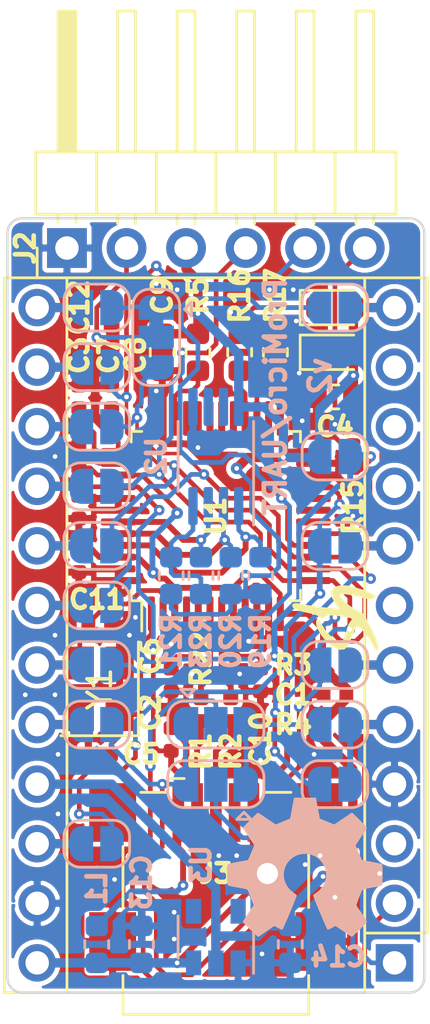
<source format=kicad_pcb>
(kicad_pcb (version 20171130) (host pcbnew 5.1.5)
  (title_block (title ProMicro_UART) (date 2020-06-01) (rev v2))
  (layers (0 F.Cu mixed) (31 B.Cu mixed) (34 B.Paste user) (35 F.Paste user) (36 B.SilkS user) (37 F.SilkS user) (38 B.Mask user) (39 F.Mask user) (44 Edge.Cuts user))
  (net 0 "")
  (net 1 GND)
  (net 2 +3V3)
  (net 3 ADBUS0)
  (net 4 "Net-(C2-Pad1)")
  (net 5 "Net-(C5-Pad1)")
  (net 6 "Net-(C6-Pad1)")
  (net 7 "Net-(C7-Pad1)")
  (net 8 "Net-(C8-Pad1)")
  (net 9 "Net-(R1-Pad1)")
  (net 10 "Net-(R2-Pad1)")
  (net 11 /EECS)
  (net 12 /EECLK)
  (net 13 "Net-(R21-Pad1)")
  (net 14 "Net-(R22-Pad1)")
  (net 15 /EEDAT)
  (net 16 "Net-(D1-Pad1)")
  (net 17 "Net-(D2-Pad1)")
  (net 18 +5V)
  (net 19 ACBUS0)
  (net 20 D9)
  (net 21 A3)
  (net 22 A2)
  (net 23 A1)
  (net 24 D5)
  (net 25 A0)
  (net 26 D15)
  (net 27 D3)
  (net 28 D14)
  (net 29 D2)
  (net 30 D16)
  (net 31 D10)
  (net 32 D0)
  (net 33 D1)
  (net 34 ADBUS4)
  (net 35 PWRSAV)
  (net 36 TXLED)
  (net 37 RXLED)
  (net 38 "Net-(J3-Pad3)")
  (net 39 "Net-(J3-Pad2)")
  (net 40 "Net-(R5-Pad1)")
  (net 41 "Net-(J2-Pad2)")
  (net 42 ADBUS2)
  (net 43 ADBUS3)
  (net 44 Reset)
  (net 45 ADBUS1)
  (module Symbol:initials (layer F.Cu) (at 63.5 89.535 90)
    (fp_text reference TP1 hide)
    (fp_text value initials hide)
  )
  (module Module:Sparkfun_Pro_Micro (layer F.Cu) (at 66.04 104.14 180)
    (fp_text reference A1 (at 1.905 3.81 90) (layer F.SilkS) (effects (font (size 0.8 0.8) (thickness 0.2))))
    (fp_text value Sparkfun_Pro_Micro_3V3 hide)
    (pad 24 thru_hole oval (at 15.24 0 180) (size 1.6 1.6) (drill 1) (layers *.Cu *.Mask) (net 18 +5V))
    (pad 23 thru_hole oval (at 15.24 2.54 180) (size 1.6 1.6) (drill 1) (layers *.Cu *.Mask) (net 1 GND))
    (pad 22 thru_hole oval (at 15.24 5.08 180) (size 1.6 1.6) (drill 1) (layers *.Cu *.Mask) (net 44 Reset))
    (pad 12 thru_hole oval (at 0 27.94 180) (size 1.6 1.6) (drill 1) (layers *.Cu *.Mask) (net 20 D9))
    (pad 21 thru_hole oval (at 15.24 7.62 180) (size 1.6 1.6) (drill 1) (layers *.Cu *.Mask) (net 2 +3V3))
    (pad 11 thru_hole oval (at 0 25.4 180) (size 1.6 1.6) (drill 1) (layers *.Cu *.Mask))
    (pad 20 thru_hole oval (at 15.24 10.16 180) (size 1.6 1.6) (drill 1) (layers *.Cu *.Mask) (net 21 A3))
    (pad 10 thru_hole oval (at 0 22.86 180) (size 1.6 1.6) (drill 1) (layers *.Cu *.Mask))
    (pad 19 thru_hole oval (at 15.24 12.7 180) (size 1.6 1.6) (drill 1) (layers *.Cu *.Mask) (net 22 A2))
    (pad 9 thru_hole oval (at 0 20.32 180) (size 1.6 1.6) (drill 1) (layers *.Cu *.Mask))
    (pad 18 thru_hole oval (at 15.24 15.24 180) (size 1.6 1.6) (drill 1) (layers *.Cu *.Mask) (net 23 A1))
    (pad 8 thru_hole oval (at 0 17.78 180) (size 1.6 1.6) (drill 1) (layers *.Cu *.Mask) (net 24 D5))
    (pad 17 thru_hole oval (at 15.24 17.78 180) (size 1.6 1.6) (drill 1) (layers *.Cu *.Mask) (net 25 A0))
    (pad 7 thru_hole oval (at 0 15.24 180) (size 1.6 1.6) (drill 1) (layers *.Cu *.Mask))
    (pad 16 thru_hole oval (at 15.24 20.32 180) (size 1.6 1.6) (drill 1) (layers *.Cu *.Mask) (net 26 D15))
    (pad 6 thru_hole oval (at 0 12.7 180) (size 1.6 1.6) (drill 1) (layers *.Cu *.Mask) (net 27 D3))
    (pad 15 thru_hole oval (at 15.24 22.86 180) (size 1.6 1.6) (drill 1) (layers *.Cu *.Mask) (net 28 D14))
    (pad 5 thru_hole oval (at 0 10.16 180) (size 1.6 1.6) (drill 1) (layers *.Cu *.Mask) (net 29 D2))
    (pad 14 thru_hole oval (at 15.24 25.4 180) (size 1.6 1.6) (drill 1) (layers *.Cu *.Mask) (net 30 D16))
    (pad 4 thru_hole oval (at 0 7.62 180) (size 1.6 1.6) (drill 1) (layers *.Cu *.Mask) (net 1 GND))
    (pad 13 thru_hole oval (at 15.24 27.94 180) (size 1.6 1.6) (drill 1) (layers *.Cu *.Mask) (net 31 D10))
    (pad 3 thru_hole oval (at 0 5.08 180) (size 1.6 1.6) (drill 1) (layers *.Cu *.Mask))
    (pad 2 thru_hole oval (at 0 2.54 180) (size 1.6 1.6) (drill 1) (layers *.Cu *.Mask) (net 32 D0))
    (pad 1 thru_hole rect (at 0 0 180) (size 1.6 1.6) (drill 1) (layers *.Cu *.Mask) (net 33 D1))
  )
  (module Resistor_SMD:R_0603_1608Metric (layer F.Cu) (at 59.436 78.105 90)
    (fp_text reference R16 (at 2.413 0 90) (layer F.SilkS) (effects (font (size 0.8 0.8) (thickness 0.2))))
    (fp_text value 220 hide)
    (pad 2 smd roundrect (at 0.7875 0 90) (size 0.875 0.95) (layers F.Cu F.Paste F.Mask) (net 16 "Net-(D1-Pad1)"))
    (pad 1 smd roundrect (at -0.7875 0 90) (size 0.875 0.95) (layers F.Cu F.Paste F.Mask) (net 36 TXLED))
  )
  (module Resistor_SMD:R_0603_1608Metric (layer F.Cu) (at 60.96 78.105 90)
    (fp_text reference R17 (at 2.413 0 90) (layer F.SilkS) (effects (font (size 0.8 0.8) (thickness 0.2))))
    (fp_text value 220 hide)
    (pad 2 smd roundrect (at 0.7875 0 90) (size 0.875 0.95) (layers F.Cu F.Paste F.Mask) (net 17 "Net-(D2-Pad1)"))
    (pad 1 smd roundrect (at -0.7875 0 90) (size 0.875 0.95) (layers F.Cu F.Paste F.Mask) (net 37 RXLED))
  )
  (module Resistor_SMD:R_0603_1608Metric (layer F.Cu) (at 57.658 78.105 90)
    (fp_text reference R5 (at 2.413 0 90) (layer F.SilkS) (effects (font (size 0.8 0.8) (thickness 0.2))))
    (fp_text value 1k hide)
    (pad 2 smd roundrect (at 0.7875 0 90) (size 0.875 0.95) (layers F.Cu F.Paste F.Mask) (net 2 +3V3))
    (pad 1 smd roundrect (at -0.7875 0 90) (size 0.875 0.95) (layers F.Cu F.Paste F.Mask) (net 40 "Net-(R5-Pad1)"))
  )
  (module Resistor_SMD:R_0603_1608Metric (layer F.Cu) (at 56.134 78.105 270)
    (fp_text reference C9 (at -2.413 0 90) (layer F.SilkS) (effects (font (size 0.8 0.8) (thickness 0.2))))
    (fp_text value 4.7µ hide)
    (pad 2 smd roundrect (at 0.7875 0 270) (size 0.875 0.95) (layers F.Cu F.Paste F.Mask) (net 1 GND))
    (pad 1 smd roundrect (at -0.7875 0 270) (size 0.875 0.95) (layers F.Cu F.Paste F.Mask) (net 2 +3V3))
  )
  (module Crystal:Crystal_SMD_3225-4Pin_3.2x2.5mm (layer F.Cu) (at 53.467 92.456 90)
    (fp_text reference Y1 (at 0 0 90) (layer F.SilkS))
    (fp_text value 12MHz hide)
    (pad 4 smd rect (at -1.1 -0.85 90) (size 1.4 1.2) (layers F.Cu F.Paste F.Mask) (net 1 GND))
    (pad 3 smd rect (at 1.1 -0.85 90) (size 1.4 1.2) (layers F.Cu F.Paste F.Mask) (net 6 "Net-(C6-Pad1)"))
    (pad 2 smd rect (at 1.1 0.85 90) (size 1.4 1.2) (layers F.Cu F.Paste F.Mask) (net 1 GND))
    (pad 1 smd rect (at -1.1 0.85 90) (size 1.4 1.2) (layers F.Cu F.Paste F.Mask) (net 5 "Net-(C5-Pad1)"))
  )
  (module Resistor_SMD:R_0603_1608Metric (layer B.Cu) (at 57.785 87.63 270)
    (fp_text reference R23 (at 2.794 0 270) (layer B.SilkS) (effects (font (size 0.8 0.8) (thickness 0.2)) (justify mirror)))
    (fp_text value 2k hide)
    (pad 2 smd roundrect (at 0.7875 0 270) (size 0.875 0.95) (layers B.Cu B.Paste B.Mask) (net 13 "Net-(R21-Pad1)"))
    (pad 1 smd roundrect (at -0.7875 0 270) (size 0.875 0.95) (layers B.Cu B.Paste B.Mask) (net 15 /EEDAT))
  )
  (module Resistor_SMD:R_0603_1608Metric (layer B.Cu) (at 56.515 87.63 270)
    (fp_text reference R21 (at 2.794 0 270) (layer B.SilkS) (effects (font (size 0.8 0.8) (thickness 0.2)) (justify mirror)))
    (fp_text value 10k hide)
    (pad 2 smd roundrect (at 0.7875 0 270) (size 0.875 0.95) (layers B.Cu B.Paste B.Mask) (net 2 +3V3))
    (pad 1 smd roundrect (at -0.7875 0 270) (size 0.875 0.95) (layers B.Cu B.Paste B.Mask) (net 13 "Net-(R21-Pad1)"))
  )
  (module Resistor_SMD:R_0603_1608Metric (layer B.Cu) (at 59.055 87.63 270)
    (fp_text reference R20 (at 2.794 0 270) (layer B.SilkS) (effects (font (size 0.8 0.8) (thickness 0.2)) (justify mirror)))
    (fp_text value 10k hide)
    (pad 2 smd roundrect (at 0.7875 0 270) (size 0.875 0.95) (layers B.Cu B.Paste B.Mask) (net 2 +3V3))
    (pad 1 smd roundrect (at -0.7875 0 270) (size 0.875 0.95) (layers B.Cu B.Paste B.Mask) (net 12 /EECLK))
  )
  (module Resistor_SMD:R_0603_1608Metric (layer B.Cu) (at 60.325 87.63 270)
    (fp_text reference R19 (at 2.794 0 270) (layer B.SilkS) (effects (font (size 0.8 0.8) (thickness 0.2)) (justify mirror)))
    (fp_text value 10k hide)
    (pad 2 smd roundrect (at 0.7875 0 270) (size 0.875 0.95) (layers B.Cu B.Paste B.Mask) (net 2 +3V3))
    (pad 1 smd roundrect (at -0.7875 0 270) (size 0.875 0.95) (layers B.Cu B.Paste B.Mask) (net 11 /EECS))
  )
  (module Jumper:SolderJumper-2_P1.3mm_Open_RoundedPad1.0x1.5mm (layer B.Cu) (at 63.5 82.55 180)
    (fp_text reference JP18 hide)
    (fp_text value Jumper_NO_Small hide)
    (pad 2 smd custom (at 0.65 0 180) (size 1 0.5) (layers B.Cu B.Mask) (net 2 +3V3) (options (clearance outline) (anchor rect)) (primitives (gr_circle (center 0 -0.25) (end 0.5 -0.25) (width 0)) (gr_circle (center 0 0.25) (end 0.5 0.25) (width 0)) (gr_poly (pts (xy 0 0.75) (xy -0.5 0.75) (xy -0.5 -0.75) (xy 0 -0.75)) (width 0))))
    (pad 1 smd custom (at -0.65 0 180) (size 1 0.5) (layers B.Cu B.Mask) (net 18 +5V) (options (clearance outline) (anchor rect)) (primitives (gr_circle (center 0 -0.25) (end 0.5 -0.25) (width 0)) (gr_circle (center 0 0.25) (end 0.5 0.25) (width 0)) (gr_poly (pts (xy 0 0.75) (xy 0.5 0.75) (xy 0.5 -0.75) (xy 0 -0.75)) (width 0))))
  )
  (module Jumper:SolderJumper-2_P1.3mm_Open_RoundedPad1.0x1.5mm (layer B.Cu) (at 53.34 99.06 180)
    (fp_text reference JP17 hide)
    (fp_text value Jumper_NO_Small hide)
    (pad 2 smd custom (at 0.65 0 180) (size 1 0.5) (layers B.Cu B.Mask) (net 44 Reset) (options (clearance outline) (anchor rect)) (primitives (gr_circle (center 0 -0.25) (end 0.5 -0.25) (width 0)) (gr_circle (center 0 0.25) (end 0.5 0.25) (width 0)) (gr_poly (pts (xy 0 0.75) (xy -0.5 0.75) (xy -0.5 -0.75) (xy 0 -0.75)) (width 0))))
    (pad 1 smd custom (at -0.65 0 180) (size 1 0.5) (layers B.Cu B.Mask) (net 19 ACBUS0) (options (clearance outline) (anchor rect)) (primitives (gr_circle (center 0 -0.25) (end 0.5 -0.25) (width 0)) (gr_circle (center 0 0.25) (end 0.5 0.25) (width 0)) (gr_poly (pts (xy 0 0.75) (xy 0.5 0.75) (xy 0.5 -0.75) (xy 0 -0.75)) (width 0))))
  )
  (module Package_QFP:LQFP-48_7x7mm_P0.5mm (layer F.Cu) (at 58.42 85.09 90)
    (fp_text reference U1 (at 0 0 90) (layer F.SilkS) (effects (font (size 0.8 0.8) (thickness 0.2))))
    (fp_text value FT232H hide)
    (pad 48 smd roundrect (at -2.75 -4.1625 90) (size 0.3 1.475) (layers F.Cu F.Paste F.Mask) (net 1 GND))
    (pad 47 smd roundrect (at -2.25 -4.1625 90) (size 0.3 1.475) (layers F.Cu F.Paste F.Mask) (net 1 GND))
    (pad 46 smd roundrect (at -1.75 -4.1625 90) (size 0.3 1.475) (layers F.Cu F.Paste F.Mask) (net 2 +3V3))
    (pad 45 smd roundrect (at -1.25 -4.1625 90) (size 0.3 1.475) (layers F.Cu F.Paste F.Mask) (net 11 /EECS))
    (pad 44 smd roundrect (at -0.75 -4.1625 90) (size 0.3 1.475) (layers F.Cu F.Paste F.Mask) (net 12 /EECLK))
    (pad 43 smd roundrect (at -0.25 -4.1625 90) (size 0.3 1.475) (layers F.Cu F.Paste F.Mask) (net 15 /EEDAT))
    (pad 42 smd roundrect (at 0.25 -4.1625 90) (size 0.3 1.475) (layers F.Cu F.Paste F.Mask) (net 1 GND))
    (pad 41 smd roundrect (at 0.75 -4.1625 90) (size 0.3 1.475) (layers F.Cu F.Paste F.Mask) (net 1 GND))
    (pad 40 smd roundrect (at 1.25 -4.1625 90) (size 0.3 1.475) (layers F.Cu F.Paste F.Mask) (net 4 "Net-(C2-Pad1)"))
    (pad 39 smd roundrect (at 1.75 -4.1625 90) (size 0.3 1.475) (layers F.Cu F.Paste F.Mask) (net 2 +3V3))
    (pad 38 smd roundrect (at 2.25 -4.1625 90) (size 0.3 1.475) (layers F.Cu F.Paste F.Mask) (net 7 "Net-(C7-Pad1)"))
    (pad 37 smd roundrect (at 2.75 -4.1625 90) (size 0.3 1.475) (layers F.Cu F.Paste F.Mask) (net 8 "Net-(C8-Pad1)"))
    (pad 36 smd roundrect (at 4.1625 -2.75 90) (size 1.475 0.3) (layers F.Cu F.Paste F.Mask) (net 1 GND))
    (pad 35 smd roundrect (at 4.1625 -2.25 90) (size 1.475 0.3) (layers F.Cu F.Paste F.Mask) (net 1 GND))
    (pad 34 smd roundrect (at 4.1625 -1.75 90) (size 1.475 0.3) (layers F.Cu F.Paste F.Mask) (net 40 "Net-(R5-Pad1)"))
    (pad 33 smd roundrect (at 4.1625 -1.25 90) (size 1.475 0.3) (layers F.Cu F.Paste F.Mask))
    (pad 32 smd roundrect (at 4.1625 -0.75 90) (size 1.475 0.3) (layers F.Cu F.Paste F.Mask))
    (pad 31 smd roundrect (at 4.1625 -0.25 90) (size 1.475 0.3) (layers F.Cu F.Paste F.Mask) (net 35 PWRSAV))
    (pad 30 smd roundrect (at 4.1625 0.25 90) (size 1.475 0.3) (layers F.Cu F.Paste F.Mask))
    (pad 29 smd roundrect (at 4.1625 0.75 90) (size 1.475 0.3) (layers F.Cu F.Paste F.Mask))
    (pad 28 smd roundrect (at 4.1625 1.25 90) (size 1.475 0.3) (layers F.Cu F.Paste F.Mask) (net 36 TXLED))
    (pad 27 smd roundrect (at 4.1625 1.75 90) (size 1.475 0.3) (layers F.Cu F.Paste F.Mask) (net 37 RXLED))
    (pad 26 smd roundrect (at 4.1625 2.25 90) (size 1.475 0.3) (layers F.Cu F.Paste F.Mask))
    (pad 25 smd roundrect (at 4.1625 2.75 90) (size 1.475 0.3) (layers F.Cu F.Paste F.Mask))
    (pad 24 smd roundrect (at 2.75 4.1625 90) (size 0.3 1.475) (layers F.Cu F.Paste F.Mask) (net 2 +3V3))
    (pad 23 smd roundrect (at 2.25 4.1625 90) (size 0.3 1.475) (layers F.Cu F.Paste F.Mask) (net 1 GND))
    (pad 22 smd roundrect (at 1.75 4.1625 90) (size 0.3 1.475) (layers F.Cu F.Paste F.Mask) (net 1 GND))
    (pad 21 smd roundrect (at 1.25 4.1625 90) (size 0.3 1.475) (layers F.Cu F.Paste F.Mask) (net 19 ACBUS0))
    (pad 20 smd roundrect (at 0.75 4.1625 90) (size 0.3 1.475) (layers F.Cu F.Paste F.Mask))
    (pad 19 smd roundrect (at 0.25 4.1625 90) (size 0.3 1.475) (layers F.Cu F.Paste F.Mask))
    (pad 18 smd roundrect (at -0.25 4.1625 90) (size 0.3 1.475) (layers F.Cu F.Paste F.Mask))
    (pad 17 smd roundrect (at -0.75 4.1625 90) (size 0.3 1.475) (layers F.Cu F.Paste F.Mask) (net 34 ADBUS4))
    (pad 16 smd roundrect (at -1.25 4.1625 90) (size 0.3 1.475) (layers F.Cu F.Paste F.Mask) (net 43 ADBUS3))
    (pad 15 smd roundrect (at -1.75 4.1625 90) (size 0.3 1.475) (layers F.Cu F.Paste F.Mask) (net 42 ADBUS2))
    (pad 14 smd roundrect (at -2.25 4.1625 90) (size 0.3 1.475) (layers F.Cu F.Paste F.Mask) (net 45 ADBUS1))
    (pad 13 smd roundrect (at -2.75 4.1625 90) (size 0.3 1.475) (layers F.Cu F.Paste F.Mask) (net 3 ADBUS0))
    (pad 12 smd roundrect (at -4.1625 2.75 90) (size 1.475 0.3) (layers F.Cu F.Paste F.Mask) (net 2 +3V3))
    (pad 11 smd roundrect (at -4.1625 2.25 90) (size 1.475 0.3) (layers F.Cu F.Paste F.Mask) (net 1 GND))
    (pad 10 smd roundrect (at -4.1625 1.75 90) (size 1.475 0.3) (layers F.Cu F.Paste F.Mask) (net 1 GND))
    (pad 9 smd roundrect (at -4.1625 1.25 90) (size 1.475 0.3) (layers F.Cu F.Paste F.Mask) (net 1 GND))
    (pad 8 smd roundrect (at -4.1625 0.75 90) (size 1.475 0.3) (layers F.Cu F.Paste F.Mask) (net 2 +3V3))
    (pad 7 smd roundrect (at -4.1625 0.25 90) (size 1.475 0.3) (layers F.Cu F.Paste F.Mask) (net 10 "Net-(R2-Pad1)"))
    (pad 6 smd roundrect (at -4.1625 -0.25 90) (size 1.475 0.3) (layers F.Cu F.Paste F.Mask) (net 9 "Net-(R1-Pad1)"))
    (pad 5 smd roundrect (at -4.1625 -0.75 90) (size 1.475 0.3) (layers F.Cu F.Paste F.Mask) (net 14 "Net-(R22-Pad1)"))
    (pad 4 smd roundrect (at -4.1625 -1.25 90) (size 1.475 0.3) (layers F.Cu F.Paste F.Mask) (net 1 GND))
    (pad 3 smd roundrect (at -4.1625 -1.75 90) (size 1.475 0.3) (layers F.Cu F.Paste F.Mask) (net 2 +3V3))
    (pad 2 smd roundrect (at -4.1625 -2.25 90) (size 1.475 0.3) (layers F.Cu F.Paste F.Mask) (net 6 "Net-(C6-Pad1)"))
    (pad 1 smd roundrect (at -4.1625 -2.75 90) (size 1.475 0.3) (layers F.Cu F.Paste F.Mask) (net 5 "Net-(C5-Pad1)"))
  )
  (module Package_SO:MSOP-8_3x3mm_P0.65mm (layer B.Cu) (at 58.42 82.55 90)
    (fp_text reference U2 (at 0 -2.54 270) (layer B.SilkS) (effects (font (size 0.8 0.8) (thickness 0.2)) (justify mirror)))
    (fp_text value 93CxxB hide)
    (pad 8 smd roundrect (at 2.1125 0.975 90) (size 1.625 0.4) (layers B.Cu B.Paste B.Mask) (net 2 +3V3))
    (pad 7 smd roundrect (at 2.1125 0.325 90) (size 1.625 0.4) (layers B.Cu B.Paste B.Mask))
    (pad 6 smd roundrect (at 2.1125 -0.325 90) (size 1.625 0.4) (layers B.Cu B.Paste B.Mask))
    (pad 5 smd roundrect (at 2.1125 -0.975 90) (size 1.625 0.4) (layers B.Cu B.Paste B.Mask) (net 1 GND))
    (pad 4 smd roundrect (at -2.1125 -0.975 90) (size 1.625 0.4) (layers B.Cu B.Paste B.Mask) (net 13 "Net-(R21-Pad1)"))
    (pad 3 smd roundrect (at -2.1125 -0.325 90) (size 1.625 0.4) (layers B.Cu B.Paste B.Mask) (net 15 /EEDAT))
    (pad 2 smd roundrect (at -2.1125 0.325 90) (size 1.625 0.4) (layers B.Cu B.Paste B.Mask) (net 12 /EECLK))
    (pad 1 smd roundrect (at -2.1125 0.975 90) (size 1.625 0.4) (layers B.Cu B.Paste B.Mask) (net 11 /EECS))
  )
  (module Resistor_SMD:R_0402_1005Metric (layer F.Cu) (at 56.515 92.075 270)
    (fp_text reference R22 (at -0.889 -1.27 270) (layer F.SilkS) (effects (font (size 0.8 0.8) (thickness 0.2))))
    (fp_text value 12k hide)
    (pad 2 smd roundrect (at 0.485 0 270) (size 0.59 0.64) (layers F.Cu F.Paste F.Mask) (net 1 GND))
    (pad 1 smd roundrect (at -0.485 0 270) (size 0.59 0.64) (layers F.Cu F.Paste F.Mask) (net 14 "Net-(R22-Pad1)"))
  )
  (module Capacitor_SMD:C_0402_1005Metric (layer F.Cu) (at 53.975 80.01 90)
    (fp_text reference C8 (at 1.778 1.016 270) (layer F.SilkS) (effects (font (size 0.8 0.8) (thickness 0.2))))
    (fp_text value 100n hide)
    (pad 2 smd roundrect (at 0.485 0 90) (size 0.59 0.64) (layers F.Cu F.Paste F.Mask) (net 1 GND))
    (pad 1 smd roundrect (at -0.485 0 90) (size 0.59 0.64) (layers F.Cu F.Paste F.Mask) (net 8 "Net-(C8-Pad1)"))
  )
  (module Capacitor_SMD:C_0402_1005Metric (layer F.Cu) (at 52.578 80.01 90)
    (fp_text reference C7 (at 1.778 1.27 270) (layer F.SilkS) (effects (font (size 0.8 0.8) (thickness 0.2))))
    (fp_text value 100n hide)
    (pad 2 smd roundrect (at 0.485 0 90) (size 0.59 0.64) (layers F.Cu F.Paste F.Mask) (net 1 GND))
    (pad 1 smd roundrect (at -0.485 0 90) (size 0.59 0.64) (layers F.Cu F.Paste F.Mask) (net 7 "Net-(C7-Pad1)"))
  )
  (module Symbol:OSHW-Symbol_6.7x6mm_SilkScreen (layer B.Cu) (at 62.23 100.076 180)
    (fp_text reference LOGO1 hide)
    (fp_text value Logo_Open_Hardware_Small hide)
  )
  (module Jumper:SolderJumper-3_P1.3mm_Open_RoundedPad1.0x1.5mm (layer B.Cu) (at 58.42 93.98)
    (fp_text reference JP11 hide)
    (fp_text value Jumper_3_Bridged12 hide)
    (pad 2 smd rect (at 0 0) (size 1 1.5) (layers B.Cu B.Mask) (net 32 D0))
    (pad 3 smd custom (at 1.3 0) (size 1 0.5) (layers B.Cu B.Mask) (net 45 ADBUS1) (options (clearance outline) (anchor rect)) (primitives (gr_circle (center 0 -0.25) (end 0.5 -0.25) (width 0)) (gr_circle (center 0 0.25) (end 0.5 0.25) (width 0)) (gr_poly (pts (xy -0.55 0.75) (xy 0 0.75) (xy 0 -0.75) (xy -0.55 -0.75)) (width 0))))
    (pad 1 smd custom (at -1.3 0) (size 1 0.5) (layers B.Cu B.Mask) (net 3 ADBUS0) (options (clearance outline) (anchor rect)) (primitives (gr_circle (center 0 -0.25) (end 0.5 -0.25) (width 0)) (gr_circle (center 0 0.25) (end 0.5 0.25) (width 0)) (gr_poly (pts (xy 0.55 0.75) (xy 0 0.75) (xy 0 -0.75) (xy 0.55 -0.75)) (width 0))))
  )
  (module Jumper:SolderJumper-3_P1.3mm_Open_RoundedPad1.0x1.5mm (layer B.Cu) (at 58.42 96.52 180)
    (fp_text reference JP10 hide)
    (fp_text value Jumper_3_Bridged12 hide)
    (pad 2 smd rect (at 0 0 180) (size 1 1.5) (layers B.Cu B.Mask) (net 33 D1))
    (pad 3 smd custom (at 1.3 0 180) (size 1 0.5) (layers B.Cu B.Mask) (net 3 ADBUS0) (options (clearance outline) (anchor rect)) (primitives (gr_circle (center 0 -0.25) (end 0.5 -0.25) (width 0)) (gr_circle (center 0 0.25) (end 0.5 0.25) (width 0)) (gr_poly (pts (xy -0.55 0.75) (xy 0 0.75) (xy 0 -0.75) (xy -0.55 -0.75)) (width 0))))
    (pad 1 smd custom (at -1.3 0 180) (size 1 0.5) (layers B.Cu B.Mask) (net 45 ADBUS1) (options (clearance outline) (anchor rect)) (primitives (gr_circle (center 0 -0.25) (end 0.5 -0.25) (width 0)) (gr_circle (center 0 0.25) (end 0.5 0.25) (width 0)) (gr_poly (pts (xy 0.55 0.75) (xy 0 0.75) (xy 0 -0.75) (xy 0.55 -0.75)) (width 0))))
  )
  (module Capacitor_SMD:C_0603_1608Metric (layer B.Cu) (at 61.595 103.3525 270)
    (fp_text reference C14 (at 0.5335 -2.032) (layer B.SilkS) (effects (font (size 0.8 0.8) (thickness 0.2)) (justify mirror)))
    (fp_text value 1µ hide)
    (pad 2 smd roundrect (at 0.7875 0 270) (size 0.875 0.95) (layers B.Cu B.Paste B.Mask) (net 1 GND))
    (pad 1 smd roundrect (at -0.7875 0 270) (size 0.875 0.95) (layers B.Cu B.Paste B.Mask) (net 2 +3V3))
  )
  (module Capacitor_SMD:C_0603_1608Metric (layer B.Cu) (at 55.245 103.3525 90)
    (fp_text reference C13 (at 2.6415 0 270) (layer B.SilkS) (effects (font (size 0.8 0.8) (thickness 0.2)) (justify mirror)))
    (fp_text value 1µ hide)
    (pad 2 smd roundrect (at 0.7875 0 90) (size 0.875 0.95) (layers B.Cu B.Paste B.Mask) (net 1 GND))
    (pad 1 smd roundrect (at -0.7875 0 90) (size 0.875 0.95) (layers B.Cu B.Paste B.Mask) (net 18 +5V))
  )
  (module Jumper:SolderJumper-3_P1.3mm_Bridged12_RoundedPad1.0x1.5mm (layer B.Cu) (at 55.88 77.47 270)
    (fp_text reference JP16 hide)
    (fp_text value Jumper_3_Bridged12 hide)
    (fp_poly (pts (xy -0.9 0.3) (xy -0.4 0.3) (xy -0.4 -0.3) (xy -0.9 -0.3)) (layer B.Cu) (width 0))
    (pad 1 smd custom (at -1.3 0 270) (size 1 0.5) (layers B.Cu B.Mask) (net 43 ADBUS3) (options (clearance outline) (anchor rect)) (primitives (gr_circle (center 0 -0.25) (end 0.5 -0.25) (width 0)) (gr_circle (center 0 0.25) (end 0.5 0.25) (width 0)) (gr_poly (pts (xy 0.55 0.75) (xy 0 0.75) (xy 0 -0.75) (xy 0.55 -0.75)) (width 0))))
    (pad 2 smd rect (at 0 0 270) (size 1 1.5) (layers B.Cu B.Mask) (net 41 "Net-(J2-Pad2)"))
    (pad 3 smd custom (at 1.3 0 270) (size 1 0.5) (layers B.Cu B.Mask) (net 42 ADBUS2) (options (clearance outline) (anchor rect)) (primitives (gr_circle (center 0 -0.25) (end 0.5 -0.25) (width 0)) (gr_circle (center 0 0.25) (end 0.5 0.25) (width 0)) (gr_poly (pts (xy -0.55 0.75) (xy 0 0.75) (xy 0 -0.75) (xy -0.55 -0.75)) (width 0))))
  )
  (module Package_TO_SOT_SMD:SOT-23-5 (layer B.Cu) (at 58.42 103.04 90)
    (fp_text reference U3 (at 3.091 -0.635 270) (layer B.SilkS) (effects (font (size 0.8 0.8) (thickness 0.2)) (justify mirror)))
    (fp_text value AZ1117-3.3 hide)
    (pad 5 smd rect (at 1.1 0.95 90) (size 1.06 0.65) (layers B.Cu B.Paste B.Mask))
    (pad 4 smd rect (at 1.1 -0.95 90) (size 1.06 0.65) (layers B.Cu B.Paste B.Mask))
    (pad 3 smd rect (at -1.1 -0.95 90) (size 1.06 0.65) (layers B.Cu B.Paste B.Mask) (net 18 +5V))
    (pad 2 smd rect (at -1.1 0 90) (size 1.06 0.65) (layers B.Cu B.Paste B.Mask) (net 2 +3V3))
    (pad 1 smd rect (at -1.1 0.95 90) (size 1.06 0.65) (layers B.Cu B.Paste B.Mask) (net 1 GND))
  )
  (module Capacitor_SMD:C_0402_1005Metric (layer F.Cu) (at 63.5 92.71 180)
    (fp_text reference C1 (at 1.778 0) (layer F.SilkS) (effects (font (size 0.8 0.8) (thickness 0.2))))
    (fp_text value 100n hide)
    (pad 2 smd roundrect (at 0.485 0 180) (size 0.59 0.64) (layers F.Cu F.Paste F.Mask) (net 1 GND))
    (pad 1 smd roundrect (at -0.485 0 180) (size 0.59 0.64) (layers F.Cu F.Paste F.Mask) (net 2 +3V3))
  )
  (module Capacitor_SMD:C_0402_1005Metric (layer F.Cu) (at 56.515 94.615 90)
    (fp_text reference C2 (at 1.143 -0.889 90) (layer F.SilkS) (effects (font (size 0.8 0.8) (thickness 0.2))))
    (fp_text value 4.7µ hide)
    (pad 2 smd roundrect (at 0.485 0 90) (size 0.59 0.64) (layers F.Cu F.Paste F.Mask) (net 1 GND))
    (pad 1 smd roundrect (at -0.485 0 90) (size 0.59 0.64) (layers F.Cu F.Paste F.Mask) (net 4 "Net-(C2-Pad1)"))
  )
  (module Capacitor_SMD:C_0402_1005Metric (layer F.Cu) (at 52.578 84.709 270)
    (fp_text reference C3 (at -6.477 0 270) (layer F.SilkS) (effects (font (size 0.8 0.8) (thickness 0.2))))
    (fp_text value 100n hide)
    (pad 2 smd roundrect (at 0.485 0 270) (size 0.59 0.64) (layers F.Cu F.Paste F.Mask) (net 1 GND))
    (pad 1 smd roundrect (at -0.485 0 270) (size 0.59 0.64) (layers F.Cu F.Paste F.Mask) (net 4 "Net-(C2-Pad1)"))
  )
  (module Capacitor_SMD:C_0402_1005Metric (layer F.Cu) (at 53.467 95.25 180)
    (fp_text reference C5 (at -1.778 0) (layer F.SilkS) (effects (font (size 0.8 0.8) (thickness 0.2))))
    (fp_text value 27p hide)
    (pad 2 smd roundrect (at 0.485 0 180) (size 0.59 0.64) (layers F.Cu F.Paste F.Mask) (net 1 GND))
    (pad 1 smd roundrect (at -0.485 0 180) (size 0.59 0.64) (layers F.Cu F.Paste F.Mask) (net 5 "Net-(C5-Pad1)"))
  )
  (module Capacitor_SMD:C_0402_1005Metric (layer F.Cu) (at 53.467 89.662)
    (fp_text reference C6 (at 2.159 1.397 90) (layer F.SilkS) (effects (font (size 0.8 0.8) (thickness 0.2))))
    (fp_text value 27p hide)
    (pad 2 smd roundrect (at 0.485 0) (size 0.59 0.64) (layers F.Cu F.Paste F.Mask) (net 1 GND))
    (pad 1 smd roundrect (at -0.485 0) (size 0.59 0.64) (layers F.Cu F.Paste F.Mask) (net 6 "Net-(C6-Pad1)"))
  )
  (module Capacitor_SMD:C_0402_1005Metric (layer F.Cu) (at 60.325 92.075 90)
    (fp_text reference C10 (at -2.54 0 90) (layer F.SilkS) (effects (font (size 0.8 0.8) (thickness 0.2))))
    (fp_text value 100n hide)
    (pad 2 smd roundrect (at 0.485 0 90) (size 0.59 0.64) (layers F.Cu F.Paste F.Mask) (net 2 +3V3))
    (pad 1 smd roundrect (at -0.485 0 90) (size 0.59 0.64) (layers F.Cu F.Paste F.Mask) (net 1 GND))
  )
  (module Capacitor_SMD:C_0402_1005Metric (layer F.Cu) (at 52.578 86.995 90)
    (fp_text reference C11 (at -1.651 0.762) (layer F.SilkS) (effects (font (size 0.8 0.8) (thickness 0.2))))
    (fp_text value 100n hide)
    (pad 2 smd roundrect (at 0.485 0 90) (size 0.59 0.64) (layers F.Cu F.Paste F.Mask) (net 2 +3V3))
    (pad 1 smd roundrect (at -0.485 0 90) (size 0.59 0.64) (layers F.Cu F.Paste F.Mask) (net 1 GND))
  )
  (module Capacitor_SMD:C_0402_1005Metric (layer F.Cu) (at 52.578 82.55 90)
    (fp_text reference C12 (at 6.35 0 270) (layer F.SilkS) (effects (font (size 0.8 0.8) (thickness 0.2))))
    (fp_text value 100n hide)
    (pad 2 smd roundrect (at 0.485 0 90) (size 0.59 0.64) (layers F.Cu F.Paste F.Mask) (net 1 GND))
    (pad 1 smd roundrect (at -0.485 0 90) (size 0.59 0.64) (layers F.Cu F.Paste F.Mask) (net 2 +3V3))
  )
  (module Resistor_SMD:R_0402_1005Metric (layer F.Cu) (at 57.785 93.345 270)
    (fp_text reference R1 (at 1.778 0 90) (layer F.SilkS) (effects (font (size 0.8 0.8) (thickness 0.2))))
    (fp_text value 22 hide)
    (pad 2 smd roundrect (at 0.485 0 270) (size 0.59 0.64) (layers F.Cu F.Paste F.Mask) (net 39 "Net-(J3-Pad2)"))
    (pad 1 smd roundrect (at -0.485 0 270) (size 0.59 0.64) (layers F.Cu F.Paste F.Mask) (net 9 "Net-(R1-Pad1)"))
  )
  (module Resistor_SMD:R_0402_1005Metric (layer F.Cu) (at 59.055 93.345 270)
    (fp_text reference R2 (at 1.778 0 90) (layer F.SilkS) (effects (font (size 0.8 0.8) (thickness 0.2))))
    (fp_text value 22 hide)
    (pad 2 smd roundrect (at 0.485 0 270) (size 0.59 0.64) (layers F.Cu F.Paste F.Mask) (net 38 "Net-(J3-Pad3)"))
    (pad 1 smd roundrect (at -0.485 0 270) (size 0.59 0.64) (layers F.Cu F.Paste F.Mask) (net 10 "Net-(R2-Pad1)"))
  )
  (module Resistor_SMD:R_0402_1005Metric (layer F.Cu) (at 63.5 91.44 180)
    (fp_text reference R3 (at 1.778 0) (layer F.SilkS) (effects (font (size 0.8 0.8) (thickness 0.2))))
    (fp_text value 4k7 hide)
    (pad 2 smd roundrect (at 0.485 0 180) (size 0.59 0.64) (layers F.Cu F.Paste F.Mask) (net 2 +3V3))
    (pad 1 smd roundrect (at -0.485 0 180) (size 0.59 0.64) (layers F.Cu F.Paste F.Mask) (net 27 D3))
  )
  (module Resistor_SMD:R_0402_1005Metric (layer F.Cu) (at 63.5 93.98 180)
    (fp_text reference R4 (at 1.778 0) (layer F.SilkS) (effects (font (size 0.8 0.8) (thickness 0.2))))
    (fp_text value 4k7 hide)
    (pad 2 smd roundrect (at 0.485 0 180) (size 0.59 0.64) (layers F.Cu F.Paste F.Mask) (net 2 +3V3))
    (pad 1 smd roundrect (at -0.485 0 180) (size 0.59 0.64) (layers F.Cu F.Paste F.Mask) (net 29 D2))
  )
  (module Resistor_SMD:R_0402_1005Metric (layer F.Cu) (at 64.262 82.55 270)
    (fp_text reference R15 (at 2.159 0 90) (layer F.SilkS) (effects (font (size 0.8 0.8) (thickness 0.2))))
    (fp_text value 39k hide)
    (pad 2 smd roundrect (at 0.485 0 270) (size 0.59 0.64) (layers F.Cu F.Paste F.Mask) (net 18 +5V))
    (pad 1 smd roundrect (at -0.485 0 270) (size 0.59 0.64) (layers F.Cu F.Paste F.Mask) (net 35 PWRSAV))
  )
  (module Inductor_SMD:L_0603_1608Metric (layer B.Cu) (at 53.34 103.3525 90)
    (fp_text reference L1 (at 2.3875 0 270) (layer B.SilkS) (effects (font (size 0.8 0.8) (thickness 0.2)) (justify mirror)))
    (fp_text value 0 hide)
    (pad 2 smd roundrect (at 0.7875 0 90) (size 0.875 0.95) (layers B.Cu B.Paste B.Mask) (net 4 "Net-(C2-Pad1)"))
    (pad 1 smd roundrect (at -0.7875 0 90) (size 0.875 0.95) (layers B.Cu B.Paste B.Mask) (net 18 +5V))
  )
  (module Connector_USB:USB_Mini-B_Wuerth_65100516121_Horizontal (layer F.Cu) (at 58.42 100.33)
    (fp_text reference J3 (at 0 0) (layer F.SilkS) (effects (font (size 0.8 0.8) (thickness 0.2))))
    (fp_text value USB_B_Mini hide)
    (pad "" np_thru_hole circle (at 2.2 0) (size 0.9 0.9) (drill 0.9) (layers *.Cu *.Mask))
    (pad "" np_thru_hole circle (at -2.2 0) (size 0.9 0.9) (drill 0.9) (layers *.Cu *.Mask))
    (pad 5 smd rect (at 1.6 -2.6) (size 0.5 2.5) (layers F.Cu F.Paste F.Mask) (net 1 GND))
    (pad 4 smd rect (at 0.8 -2.6) (size 0.5 2.5) (layers F.Cu F.Paste F.Mask))
    (pad 3 smd rect (at 0 -2.6) (size 0.5 2.5) (layers F.Cu F.Paste F.Mask) (net 38 "Net-(J3-Pad3)"))
    (pad 2 smd rect (at -0.8 -2.6) (size 0.5 2.5) (layers F.Cu F.Paste F.Mask) (net 39 "Net-(J3-Pad2)"))
    (pad 1 smd rect (at -1.6 -2.6) (size 0.5 2.5) (layers F.Cu F.Paste F.Mask) (net 4 "Net-(C2-Pad1)"))
    (pad 6 smd rect (at 4.4 -2.6) (size 2 2.5) (layers F.Cu F.Paste F.Mask) (net 1 GND))
    (pad 6 smd rect (at -4.4 -2.6) (size 2 2.5) (layers F.Cu F.Paste F.Mask) (net 1 GND))
    (pad 6 smd rect (at 4.4 2.9) (size 2 2.5) (layers F.Cu F.Paste F.Mask) (net 1 GND))
    (pad 6 smd rect (at -4.4 2.9) (size 2 2.5) (layers F.Cu F.Paste F.Mask) (net 1 GND))
  )
  (module Jumper:SolderJumper-2_P1.3mm_Open_RoundedPad1.0x1.5mm (layer B.Cu) (at 63.5 91.44)
    (fp_text reference JP15 hide)
    (fp_text value Jumper_NO_Small hide)
    (pad 2 smd custom (at 0.65 0) (size 1 0.5) (layers B.Cu B.Mask) (net 27 D3) (options (clearance outline) (anchor rect)) (primitives (gr_circle (center 0 -0.25) (end 0.5 -0.25) (width 0)) (gr_circle (center 0 0.25) (end 0.5 0.25) (width 0)) (gr_poly (pts (xy 0 0.75) (xy -0.5 0.75) (xy -0.5 -0.75) (xy 0 -0.75)) (width 0))))
    (pad 1 smd custom (at -0.65 0) (size 1 0.5) (layers B.Cu B.Mask) (net 3 ADBUS0) (options (clearance outline) (anchor rect)) (primitives (gr_circle (center 0 -0.25) (end 0.5 -0.25) (width 0)) (gr_circle (center 0 0.25) (end 0.5 0.25) (width 0)) (gr_poly (pts (xy 0 0.75) (xy 0.5 0.75) (xy 0.5 -0.75) (xy 0 -0.75)) (width 0))))
  )
  (module Jumper:SolderJumper-2_P1.3mm_Open_RoundedPad1.0x1.5mm (layer B.Cu) (at 63.5 96.52)
    (fp_text reference JP14 hide)
    (fp_text value Jumper_NO_Small hide)
    (pad 2 smd custom (at 0.65 0) (size 1 0.5) (layers B.Cu B.Mask) (net 29 D2) (options (clearance outline) (anchor rect)) (primitives (gr_circle (center 0 -0.25) (end 0.5 -0.25) (width 0)) (gr_circle (center 0 0.25) (end 0.5 0.25) (width 0)) (gr_poly (pts (xy 0 0.75) (xy -0.5 0.75) (xy -0.5 -0.75) (xy 0 -0.75)) (width 0))))
    (pad 1 smd custom (at -0.65 0) (size 1 0.5) (layers B.Cu B.Mask) (net 42 ADBUS2) (options (clearance outline) (anchor rect)) (primitives (gr_circle (center 0 -0.25) (end 0.5 -0.25) (width 0)) (gr_circle (center 0 0.25) (end 0.5 0.25) (width 0)) (gr_poly (pts (xy 0 0.75) (xy 0.5 0.75) (xy 0.5 -0.75) (xy 0 -0.75)) (width 0))))
  )
  (module Jumper:SolderJumper-2_P1.3mm_Open_RoundedPad1.0x1.5mm (layer B.Cu) (at 63.5 93.98)
    (fp_text reference JP13 hide)
    (fp_text value Jumper_NO_Small hide)
    (pad 2 smd custom (at 0.65 0) (size 1 0.5) (layers B.Cu B.Mask) (net 29 D2) (options (clearance outline) (anchor rect)) (primitives (gr_circle (center 0 -0.25) (end 0.5 -0.25) (width 0)) (gr_circle (center 0 0.25) (end 0.5 0.25) (width 0)) (gr_poly (pts (xy 0 0.75) (xy -0.5 0.75) (xy -0.5 -0.75) (xy 0 -0.75)) (width 0))))
    (pad 1 smd custom (at -0.65 0) (size 1 0.5) (layers B.Cu B.Mask) (net 45 ADBUS1) (options (clearance outline) (anchor rect)) (primitives (gr_circle (center 0 -0.25) (end 0.5 -0.25) (width 0)) (gr_circle (center 0 0.25) (end 0.5 0.25) (width 0)) (gr_poly (pts (xy 0 0.75) (xy 0.5 0.75) (xy 0.5 -0.75) (xy 0 -0.75)) (width 0))))
  )
  (module Jumper:SolderJumper-2_P1.3mm_Open_RoundedPad1.0x1.5mm (layer B.Cu) (at 63.5 86.36)
    (fp_text reference JP12 hide)
    (fp_text value Jumper_NO_Small hide)
    (pad 2 smd custom (at 0.65 0) (size 1 0.5) (layers B.Cu B.Mask) (net 24 D5) (options (clearance outline) (anchor rect)) (primitives (gr_circle (center 0 -0.25) (end 0.5 -0.25) (width 0)) (gr_circle (center 0 0.25) (end 0.5 0.25) (width 0)) (gr_poly (pts (xy 0 0.75) (xy -0.5 0.75) (xy -0.5 -0.75) (xy 0 -0.75)) (width 0))))
    (pad 1 smd custom (at -0.65 0) (size 1 0.5) (layers B.Cu B.Mask) (net 19 ACBUS0) (options (clearance outline) (anchor rect)) (primitives (gr_circle (center 0 -0.25) (end 0.5 -0.25) (width 0)) (gr_circle (center 0 0.25) (end 0.5 0.25) (width 0)) (gr_poly (pts (xy 0 0.75) (xy 0.5 0.75) (xy 0.5 -0.75) (xy 0 -0.75)) (width 0))))
  )
  (module Jumper:SolderJumper-2_P1.3mm_Open_RoundedPad1.0x1.5mm (layer B.Cu) (at 53.34 91.44 180)
    (fp_text reference JP9 hide)
    (fp_text value Jumper_NO_Small hide)
    (pad 2 smd custom (at 0.65 0 180) (size 1 0.5) (layers B.Cu B.Mask) (net 22 A2) (options (clearance outline) (anchor rect)) (primitives (gr_circle (center 0 -0.25) (end 0.5 -0.25) (width 0)) (gr_circle (center 0 0.25) (end 0.5 0.25) (width 0)) (gr_poly (pts (xy 0 0.75) (xy -0.5 0.75) (xy -0.5 -0.75) (xy 0 -0.75)) (width 0))))
    (pad 1 smd custom (at -0.65 0 180) (size 1 0.5) (layers B.Cu B.Mask) (net 43 ADBUS3) (options (clearance outline) (anchor rect)) (primitives (gr_circle (center 0 -0.25) (end 0.5 -0.25) (width 0)) (gr_circle (center 0 0.25) (end 0.5 0.25) (width 0)) (gr_poly (pts (xy 0 0.75) (xy 0.5 0.75) (xy 0.5 -0.75) (xy 0 -0.75)) (width 0))))
  )
  (module Jumper:SolderJumper-2_P1.3mm_Open_RoundedPad1.0x1.5mm (layer B.Cu) (at 53.34 88.9 180)
    (fp_text reference JP8 hide)
    (fp_text value Jumper_NO_Small hide)
    (pad 2 smd custom (at 0.65 0 180) (size 1 0.5) (layers B.Cu B.Mask) (net 23 A1) (options (clearance outline) (anchor rect)) (primitives (gr_circle (center 0 -0.25) (end 0.5 -0.25) (width 0)) (gr_circle (center 0 0.25) (end 0.5 0.25) (width 0)) (gr_poly (pts (xy 0 0.75) (xy -0.5 0.75) (xy -0.5 -0.75) (xy 0 -0.75)) (width 0))))
    (pad 1 smd custom (at -0.65 0 180) (size 1 0.5) (layers B.Cu B.Mask) (net 42 ADBUS2) (options (clearance outline) (anchor rect)) (primitives (gr_circle (center 0 -0.25) (end 0.5 -0.25) (width 0)) (gr_circle (center 0 0.25) (end 0.5 0.25) (width 0)) (gr_poly (pts (xy 0 0.75) (xy 0.5 0.75) (xy 0.5 -0.75) (xy 0 -0.75)) (width 0))))
  )
  (module Jumper:SolderJumper-2_P1.3mm_Open_RoundedPad1.0x1.5mm (layer B.Cu) (at 53.34 86.36 180)
    (fp_text reference JP7 hide)
    (fp_text value Jumper_NO_Small hide)
    (pad 2 smd custom (at 0.65 0 180) (size 1 0.5) (layers B.Cu B.Mask) (net 25 A0) (options (clearance outline) (anchor rect)) (primitives (gr_circle (center 0 -0.25) (end 0.5 -0.25) (width 0)) (gr_circle (center 0 0.25) (end 0.5 0.25) (width 0)) (gr_poly (pts (xy 0 0.75) (xy -0.5 0.75) (xy -0.5 -0.75) (xy 0 -0.75)) (width 0))))
    (pad 1 smd custom (at -0.65 0 180) (size 1 0.5) (layers B.Cu B.Mask) (net 45 ADBUS1) (options (clearance outline) (anchor rect)) (primitives (gr_circle (center 0 -0.25) (end 0.5 -0.25) (width 0)) (gr_circle (center 0 0.25) (end 0.5 0.25) (width 0)) (gr_poly (pts (xy 0 0.75) (xy 0.5 0.75) (xy 0.5 -0.75) (xy 0 -0.75)) (width 0))))
  )
  (module Jumper:SolderJumper-2_P1.3mm_Open_RoundedPad1.0x1.5mm (layer B.Cu) (at 53.34 93.98 180)
    (fp_text reference JP6 hide)
    (fp_text value Jumper_NO_Small hide)
    (pad 2 smd custom (at 0.65 0 180) (size 1 0.5) (layers B.Cu B.Mask) (net 21 A3) (options (clearance outline) (anchor rect)) (primitives (gr_circle (center 0 -0.25) (end 0.5 -0.25) (width 0)) (gr_circle (center 0 0.25) (end 0.5 0.25) (width 0)) (gr_poly (pts (xy 0 0.75) (xy -0.5 0.75) (xy -0.5 -0.75) (xy 0 -0.75)) (width 0))))
    (pad 1 smd custom (at -0.65 0 180) (size 1 0.5) (layers B.Cu B.Mask) (net 3 ADBUS0) (options (clearance outline) (anchor rect)) (primitives (gr_circle (center 0 -0.25) (end 0.5 -0.25) (width 0)) (gr_circle (center 0 0.25) (end 0.5 0.25) (width 0)) (gr_poly (pts (xy 0 0.75) (xy 0.5 0.75) (xy 0.5 -0.75) (xy 0 -0.75)) (width 0))))
  )
  (module Jumper:SolderJumper-2_P1.3mm_Open_RoundedPad1.0x1.5mm (layer B.Cu) (at 53.34 76.2 180)
    (fp_text reference JP5 hide)
    (fp_text value Jumper_NO_Small hide)
    (pad 2 smd custom (at 0.65 0 180) (size 1 0.5) (layers B.Cu B.Mask) (net 31 D10) (options (clearance outline) (anchor rect)) (primitives (gr_circle (center 0 -0.25) (end 0.5 -0.25) (width 0)) (gr_circle (center 0 0.25) (end 0.5 0.25) (width 0)) (gr_poly (pts (xy 0 0.75) (xy -0.5 0.75) (xy -0.5 -0.75) (xy 0 -0.75)) (width 0))))
    (pad 1 smd custom (at -0.65 0 180) (size 1 0.5) (layers B.Cu B.Mask) (net 43 ADBUS3) (options (clearance outline) (anchor rect)) (primitives (gr_circle (center 0 -0.25) (end 0.5 -0.25) (width 0)) (gr_circle (center 0 0.25) (end 0.5 0.25) (width 0)) (gr_poly (pts (xy 0 0.75) (xy 0.5 0.75) (xy 0.5 -0.75) (xy 0 -0.75)) (width 0))))
  )
  (module Jumper:SolderJumper-2_P1.3mm_Open_RoundedPad1.0x1.5mm (layer B.Cu) (at 63.5 76.2)
    (fp_text reference JP4 hide)
    (fp_text value Jumper_NO_Small hide)
    (pad 2 smd custom (at 0.65 0) (size 1 0.5) (layers B.Cu B.Mask) (net 20 D9) (options (clearance outline) (anchor rect)) (primitives (gr_circle (center 0 -0.25) (end 0.5 -0.25) (width 0)) (gr_circle (center 0 0.25) (end 0.5 0.25) (width 0)) (gr_poly (pts (xy 0 0.75) (xy -0.5 0.75) (xy -0.5 -0.75) (xy 0 -0.75)) (width 0))))
    (pad 1 smd custom (at -0.65 0) (size 1 0.5) (layers B.Cu B.Mask) (net 43 ADBUS3) (options (clearance outline) (anchor rect)) (primitives (gr_circle (center 0 -0.25) (end 0.5 -0.25) (width 0)) (gr_circle (center 0 0.25) (end 0.5 0.25) (width 0)) (gr_poly (pts (xy 0 0.75) (xy 0.5 0.75) (xy 0.5 -0.75) (xy 0 -0.75)) (width 0))))
  )
  (module Jumper:SolderJumper-2_P1.3mm_Open_RoundedPad1.0x1.5mm (layer B.Cu) (at 53.34 81.28 180)
    (fp_text reference JP3 hide)
    (fp_text value Jumper_NO_Small hide)
    (pad 2 smd custom (at 0.65 0 180) (size 1 0.5) (layers B.Cu B.Mask) (net 28 D14) (options (clearance outline) (anchor rect)) (primitives (gr_circle (center 0 -0.25) (end 0.5 -0.25) (width 0)) (gr_circle (center 0 0.25) (end 0.5 0.25) (width 0)) (gr_poly (pts (xy 0 0.75) (xy -0.5 0.75) (xy -0.5 -0.75) (xy 0 -0.75)) (width 0))))
    (pad 1 smd custom (at -0.65 0 180) (size 1 0.5) (layers B.Cu B.Mask) (net 42 ADBUS2) (options (clearance outline) (anchor rect)) (primitives (gr_circle (center 0 -0.25) (end 0.5 -0.25) (width 0)) (gr_circle (center 0 0.25) (end 0.5 0.25) (width 0)) (gr_poly (pts (xy 0 0.75) (xy 0.5 0.75) (xy 0.5 -0.75) (xy 0 -0.75)) (width 0))))
  )
  (module Jumper:SolderJumper-2_P1.3mm_Open_RoundedPad1.0x1.5mm (layer B.Cu) (at 53.34 78.74 180)
    (fp_text reference JP2 hide)
    (fp_text value Jumper_NO_Small hide)
    (pad 2 smd custom (at 0.65 0 180) (size 1 0.5) (layers B.Cu B.Mask) (net 30 D16) (options (clearance outline) (anchor rect)) (primitives (gr_circle (center 0 -0.25) (end 0.5 -0.25) (width 0)) (gr_circle (center 0 0.25) (end 0.5 0.25) (width 0)) (gr_poly (pts (xy 0 0.75) (xy -0.5 0.75) (xy -0.5 -0.75) (xy 0 -0.75)) (width 0))))
    (pad 1 smd custom (at -0.65 0 180) (size 1 0.5) (layers B.Cu B.Mask) (net 45 ADBUS1) (options (clearance outline) (anchor rect)) (primitives (gr_circle (center 0 -0.25) (end 0.5 -0.25) (width 0)) (gr_circle (center 0 0.25) (end 0.5 0.25) (width 0)) (gr_poly (pts (xy 0 0.75) (xy 0.5 0.75) (xy 0.5 -0.75) (xy 0 -0.75)) (width 0))))
  )
  (module Jumper:SolderJumper-2_P1.3mm_Open_RoundedPad1.0x1.5mm (layer B.Cu) (at 53.34 83.82 180)
    (fp_text reference JP1 hide)
    (fp_text value Jumper_NO_Small hide)
    (pad 2 smd custom (at 0.65 0 180) (size 1 0.5) (layers B.Cu B.Mask) (net 26 D15) (options (clearance outline) (anchor rect)) (primitives (gr_circle (center 0 -0.25) (end 0.5 -0.25) (width 0)) (gr_circle (center 0 0.25) (end 0.5 0.25) (width 0)) (gr_poly (pts (xy 0 0.75) (xy -0.5 0.75) (xy -0.5 -0.75) (xy 0 -0.75)) (width 0))))
    (pad 1 smd custom (at -0.65 0 180) (size 1 0.5) (layers B.Cu B.Mask) (net 3 ADBUS0) (options (clearance outline) (anchor rect)) (primitives (gr_circle (center 0 -0.25) (end 0.5 -0.25) (width 0)) (gr_circle (center 0 0.25) (end 0.5 0.25) (width 0)) (gr_poly (pts (xy 0 0.75) (xy 0.5 0.75) (xy 0.5 -0.75) (xy 0 -0.75)) (width 0))))
  )
  (module Capacitor_SMD:C_0603_1608Metric (layer F.Cu) (at 63.5 80.01 180)
    (fp_text reference C4 (at 0 -1.27 180) (layer F.SilkS) (effects (font (size 0.8 0.8) (thickness 0.2))))
    (fp_text value 10µ hide)
    (pad 2 smd roundrect (at 0.7875 0 180) (size 0.875 0.95) (layers F.Cu F.Paste F.Mask) (net 1 GND))
    (pad 1 smd roundrect (at -0.7875 0 180) (size 0.875 0.95) (layers F.Cu F.Paste F.Mask) (net 2 +3V3))
  )
  (module Connector_PinHeader_2.54mm:PinHeader_1x06_P2.54mm_Horizontal (layer F.Cu) (at 52.07 73.66 90)
    (fp_text reference J2 (at 0 -1.778 90) (layer F.SilkS) (effects (font (size 0.8 0.8) (thickness 0.2))))
    (fp_text value Conn_01x06 hide)
    (pad 6 thru_hole oval (at 0 12.7 90) (size 1.7 1.7) (drill 1) (layers *.Cu *.Mask) (net 34 ADBUS4))
    (pad 5 thru_hole oval (at 0 10.16 90) (size 1.7 1.7) (drill 1) (layers *.Cu *.Mask) (net 45 ADBUS1))
    (pad 4 thru_hole oval (at 0 7.62 90) (size 1.7 1.7) (drill 1) (layers *.Cu *.Mask) (net 3 ADBUS0))
    (pad 3 thru_hole oval (at 0 5.08 90) (size 1.7 1.7) (drill 1) (layers *.Cu *.Mask) (net 2 +3V3))
    (pad 2 thru_hole oval (at 0 2.54 90) (size 1.7 1.7) (drill 1) (layers *.Cu *.Mask) (net 41 "Net-(J2-Pad2)"))
    (pad 1 thru_hole rect (at 0 0 90) (size 1.7 1.7) (drill 1) (layers *.Cu *.Mask) (net 1 GND))
  )
  (module LED_SMD:LED_0603_1608Metric (layer F.Cu) (at 63.5 78.105)
    (fp_text reference D2 hide)
    (fp_text value RX hide)
    (pad 2 smd roundrect (at 0.7875 0) (size 0.875 0.95) (layers F.Cu F.Paste F.Mask) (net 2 +3V3))
    (pad 1 smd roundrect (at -0.7875 0) (size 0.875 0.95) (layers F.Cu F.Paste F.Mask) (net 17 "Net-(D2-Pad1)"))
  )
  (module LED_SMD:LED_0603_1608Metric (layer F.Cu) (at 63.5 76.2)
    (fp_text reference D1 hide)
    (fp_text value TX hide)
    (pad 2 smd roundrect (at 0.7875 0) (size 0.875 0.95) (layers F.Cu F.Paste F.Mask) (net 2 +3V3))
    (pad 1 smd roundrect (at -0.7875 0) (size 0.875 0.95) (layers F.Cu F.Paste F.Mask) (net 16 "Net-(D1-Pad1)"))
  )
  (gr_line (start 49.53 73.025) (end 49.53 104.775) (layer Edge.Cuts) (width 0.1))
  (gr_line (start 67.31 73.025) (end 67.31 104.775) (layer Edge.Cuts) (width 0.1))
  (gr_text v2 (at 62.865 79.121 90) (layer B.SilkS) (effects (font (size 0.9 0.9) (thickness 0.2)) (justify mirror)))
  (gr_text ProMicro/UART (at 60.96 80.01 90) (layer B.SilkS) (effects (font (size 0.9 0.9) (thickness 0.2)) (justify mirror)))
  (gr_arc (start 50.165 104.775) (end 49.53 104.775) (angle -90) (layer Edge.Cuts) (width 0.1))
  (gr_arc (start 66.675 104.775) (end 66.675 105.41) (angle -90) (layer Edge.Cuts) (width 0.1))
  (gr_arc (start 66.675 73.025) (end 67.31 73.025) (angle -90) (layer Edge.Cuts) (width 0.1))
  (gr_arc (start 50.165 73.025) (end 50.165 72.39) (angle -90) (layer Edge.Cuts) (width 0.1))
  (gr_line (start 66.675 105.41) (end 50.165 105.41) (layer Edge.Cuts) (width 0.1))
  (gr_line (start 50.165 72.39) (end 66.675 72.39) (layer Edge.Cuts) (width 0.1))
  (via (at 62.865 99.568) (size 0.45) (drill 0.2) (layers F.Cu B.Cu) (net 1))
  (via (at 61.341 83.439) (size 0.45) (drill 0.2) (layers F.Cu B.Cu) (net 1))
  (via (at 51.562 90.17) (size 0.45) (drill 0.2) (layers F.Cu B.Cu) (net 1))
  (via (at 56.515 90.551) (size 0.45) (drill 0.2) (layers F.Cu B.Cu) (net 1))
  (via (at 62.103 81.026) (size 0.45) (drill 0.2) (layers F.Cu B.Cu) (net 1))
  (via (at 61.976 78.994) (size 0.5) (drill 0.2) (layers F.Cu B.Cu) (net 1))
  (via (at 60.3885 103.759) (size 0.45) (drill 0.2) (layers F.Cu B.Cu) (net 1))
  (via (at 51.562 92.71) (size 0.45) (drill 0.2) (layers F.Cu B.Cu) (net 1))
  (via (at 56.642 103.124) (size 0.45) (drill 0.2) (layers F.Cu B.Cu) (net 1))
  (via (at 59.055 76.3905) (size 0.45) (drill 0.2) (layers F.Cu B.Cu) (net 1))
  (via (at 61.722 75.438) (size 0.45) (drill 0.2) (layers F.Cu B.Cu) (net 1))
  (via (at 55.88 79.756) (size 0.45) (drill 0.2) (layers F.Cu B.Cu) (net 1))
  (via (at 51.562 82.55) (size 0.45) (drill 0.2) (layers F.Cu B.Cu) (net 1))
  (via (at 57.658 82.169) (size 0.45) (drill 0.2) (layers F.Cu B.Cu) (net 1))
  (via (at 62.611 95.25) (size 0.45) (drill 0.2) (layers F.Cu B.Cu) (net 1))
  (via (at 54.737 90.17) (size 0.45) (drill 0.2) (layers F.Cu B.Cu) (net 1))
  (via (at 59.817 90.424) (size 0.45) (drill 0.2) (layers F.Cu B.Cu) (net 1))
  (via (at 51.689 95.25) (size 0.5) (drill 0.2) (layers F.Cu B.Cu) (net 1))
  (via (at 65.405 100.33) (size 0.45) (drill 0.2) (layers F.Cu B.Cu) (net 1))
  (via (at 60.706 75.438) (size 0.45) (drill 0.2) (layers F.Cu B.Cu) (net 1))
  (via (at 60.325 95.504) (size 0.45) (drill 0.2) (layers F.Cu B.Cu) (net 1))
  (via (at 56.642 101.981) (size 0.45) (drill 0.2) (layers F.Cu B.Cu) (net 1))
  (via (at 61.849 76.7715) (size 0.45) (drill 0.2) (layers F.Cu B.Cu) (net 1))
  (via (at 55.88 75.184) (size 0.45) (drill 0.2) (layers F.Cu B.Cu) (net 1))
  (via (at 63.5 101.346) (size 0.45) (drill 0.2) (layers F.Cu B.Cu) (net 1))
  (via (at 54.991 89.408) (size 0.45) (drill 0.2) (layers F.Cu B.Cu) (net 1))
  (via (at 50.292 92.71) (size 0.45) (drill 0.2) (layers F.Cu B.Cu) (net 1))
  (via (at 59.309 99.568) (size 0.45) (drill 0.2) (layers F.Cu B.Cu) (net 1))
  (via (at 58.547 99.568) (size 0.45) (drill 0.2) (layers F.Cu B.Cu) (net 1))
  (via (at 64.262 85.09) (size 0.45) (drill 0.2) (layers F.Cu B.Cu) (net 1))
  (via (at 63.5 81.1784) (size 0.45) (drill 0.2) (layers F.Cu B.Cu) (net 1))
  (via (at 62.23 99.949) (size 0.45) (drill 0.2) (layers F.Cu B.Cu) (net 1))
  (via (at 51.689 97.79) (size 0.45) (drill 0.2) (layers F.Cu B.Cu) (net 1))
  (via (at 57.404 91.821) (size 0.45) (drill 0.2) (layers F.Cu B.Cu) (net 1))
  (via (at 59.436 91.821) (size 0.45) (drill 0.2) (layers F.Cu B.Cu) (net 1))
  (via (at 54.102 100.584) (size 0.45) (drill 0.2) (layers F.Cu B.Cu) (net 1))
  (via (at 56.769 75.438) (size 0.45) (drill 0.2) (layers F.Cu B.Cu) (net 1))
  (segment (start 64.2875 76.2255) (end 64.262 76.2) (width 0.4) (layer F.Cu) (net 2))
  (segment (start 64.2875 78.105) (end 64.2875 76.2255) (width 0.4) (layer F.Cu) (net 2))
  (segment (start 64.2875 78.1305) (end 64.262 78.105) (width 0.4) (layer F.Cu) (net 2))
  (segment (start 64.2875 80.01) (end 64.2875 79.0955) (width 0.4) (layer F.Cu) (net 2))
  (segment (start 64.2875 79.0955) (end 64.2875 78.1305) (width 0.4) (layer F.Cu) (net 2))
  (via (at 64.2875 79.0955) (size 0.5) (drill 0.2) (layers F.Cu B.Cu) (net 2))
  (segment (start 56.7435 77.3175) (end 56.134 77.3175) (width 0.4) (layer F.Cu) (net 2))
  (segment (start 57.658 77.3175) (end 56.7435 77.3175) (width 0.4) (layer F.Cu) (net 2))
  (segment (start 59.0805 88.4175) (end 59.055 88.392) (width 0.2) (layer B.Cu) (net 2))
  (via (at 59.69 87.63) (size 0.5) (drill 0.2) (layers F.Cu B.Cu) (net 2))
  (segment (start 59.69 88.392) (end 59.6645 88.4175) (width 0.4) (layer B.Cu) (net 2))
  (segment (start 59.69 87.63) (end 59.69 88.392) (width 0.2) (layer B.Cu) (net 2))
  (segment (start 60.325 88.4175) (end 59.6645 88.4175) (width 0.4) (layer B.Cu) (net 2))
  (segment (start 59.6645 88.4175) (end 59.0805 88.4175) (width 0.4) (layer B.Cu) (net 2))
  (segment (start 59.055 89.0905) (end 59.055 88.4175) (width 0.2) (layer B.Cu) (net 2))
  (segment (start 58.8645 89.281) (end 59.055 89.0905) (width 0.2) (layer B.Cu) (net 2))
  (via (at 57.658012 76.454) (size 0.5) (drill 0.2) (layers F.Cu B.Cu) (net 2))
  (segment (start 57.658 77.3175) (end 57.658 76.454012) (width 0.4) (layer F.Cu) (net 2))
  (segment (start 57.658 76.454012) (end 57.658012 76.454) (width 0.2) (layer F.Cu) (net 2))
  (segment (start 53.368 83.34) (end 53.42 83.34) (width 0.2) (layer F.Cu) (net 2))
  (segment (start 53.063 83.035) (end 53.368 83.34) (width 0.2) (layer F.Cu) (net 2))
  (segment (start 53.42 83.34) (end 54.2575 83.34) (width 0.2) (layer F.Cu) (net 2))
  (segment (start 52.705 83.035) (end 53.063 83.035) (width 0.2) (layer F.Cu) (net 2))
  (via (at 61.301918 82.59201) (size 0.5) (drill 0.2) (layers F.Cu B.Cu) (net 2))
  (segment (start 61.333701 82.59201) (end 61.301918 82.59201) (width 0.2) (layer B.Cu) (net 2))
  (segment (start 61.375711 82.55) (end 61.333701 82.59201) (width 0.2) (layer B.Cu) (net 2))
  (segment (start 60.043553 87.63) (end 59.69 87.63) (width 0.2) (layer F.Cu) (net 2))
  (segment (start 60.385 87.63) (end 60.043553 87.63) (width 0.2) (layer F.Cu) (net 2))
  (segment (start 61.17 89.2525) (end 61.17 88.415) (width 0.2) (layer F.Cu) (net 2))
  (segment (start 61.17 88.415) (end 60.385 87.63) (width 0.2) (layer F.Cu) (net 2))
  (segment (start 61.301918 82.59201) (end 59.77499 82.59201) (width 0.4) (layer F.Cu) (net 2))
  (segment (start 59.944 84.8995) (end 59.944 83.693) (width 0.2) (layer B.Cu) (net 2))
  (segment (start 61.10001 86.05551) (end 59.944 84.8995) (width 0.2) (layer B.Cu) (net 2))
  (segment (start 61.10001 87.27613) (end 61.10001 86.05551) (width 0.2) (layer B.Cu) (net 2))
  (segment (start 59.69 87.63) (end 60.74614 87.63) (width 0.2) (layer B.Cu) (net 2))
  (segment (start 60.74614 87.63) (end 61.10001 87.27613) (width 0.2) (layer B.Cu) (net 2))
  (segment (start 59.944 83.693) (end 59.558999 83.307999) (width 0.2) (layer B.Cu) (net 2))
  (segment (start 59.558999 83.307999) (end 59.309 83.058) (width 0.2) (layer B.Cu) (net 2))
  (via (at 59.309 83.058) (size 0.5) (drill 0.2) (layers F.Cu B.Cu) (net 2))
  (segment (start 59.77499 82.59201) (end 59.558999 82.808001) (width 0.4) (layer F.Cu) (net 2))
  (segment (start 59.558999 82.808001) (end 59.309 83.058) (width 0.4) (layer F.Cu) (net 2))
  (segment (start 61.553928 82.34) (end 61.301918 82.59201) (width 0.25) (layer F.Cu) (net 2))
  (segment (start 62.5825 82.34) (end 61.553928 82.34) (width 0.25) (layer F.Cu) (net 2))
  (segment (start 56.515 89.027) (end 56.769 89.281) (width 0.2) (layer B.Cu) (net 2))
  (segment (start 56.769 89.281) (end 58.8645 89.281) (width 0.2) (layer B.Cu) (net 2))
  (segment (start 56.515 89.027) (end 56.515 88.4175) (width 0.2) (layer B.Cu) (net 2))
  (segment (start 62.992 89.916) (end 62.992 91.44) (width 0.25) (layer F.Cu) (net 2))
  (segment (start 61.1632 89.2593) (end 62.3353 89.2593) (width 0.25) (layer F.Cu) (net 2))
  (segment (start 61.17 89.2525) (end 61.1632 89.2593) (width 0.25) (layer F.Cu) (net 2))
  (segment (start 62.3353 89.2593) (end 62.992 89.916) (width 0.25) (layer F.Cu) (net 2))
  (via (at 62.992004 100.457) (size 0.5) (drill 0.2) (layers F.Cu B.Cu) (net 2))
  (segment (start 61.595 102.565) (end 61.595 101.854004) (width 0.4) (layer B.Cu) (net 2))
  (segment (start 62.742005 100.706999) (end 62.992004 100.457) (width 0.4) (layer B.Cu) (net 2))
  (segment (start 61.595 101.854004) (end 62.742005 100.706999) (width 0.4) (layer B.Cu) (net 2))
  (segment (start 64.262 99.568) (end 63.373 100.457) (width 0.4) (layer F.Cu) (net 2))
  (segment (start 64.262 95.885) (end 64.262 99.568) (width 0.4) (layer F.Cu) (net 2))
  (segment (start 63.015 93.98) (end 63.015 94.638) (width 0.4) (layer F.Cu) (net 2))
  (segment (start 63.373 100.457) (end 62.992004 100.457) (width 0.4) (layer F.Cu) (net 2))
  (segment (start 63.015 94.638) (end 64.262 95.885) (width 0.4) (layer F.Cu) (net 2))
  (segment (start 60.4985 80.4375) (end 59.395 80.4375) (width 0.4) (layer B.Cu) (net 2))
  (segment (start 61.301918 81.240918) (end 60.4985 80.4375) (width 0.4) (layer B.Cu) (net 2))
  (segment (start 61.301918 82.59201) (end 61.301918 81.240918) (width 0.4) (layer B.Cu) (net 2))
  (segment (start 61.655471 82.59201) (end 61.301918 82.59201) (width 0.4) (layer B.Cu) (net 2))
  (segment (start 62.82299 82.59201) (end 61.655471 82.59201) (width 0.4) (layer B.Cu) (net 2))
  (segment (start 62.85 80.533) (end 64.2875 79.0955) (width 0.4) (layer B.Cu) (net 2))
  (segment (start 62.85 82.55) (end 62.85 80.533) (width 0.4) (layer B.Cu) (net 2))
  (segment (start 57.908011 76.703999) (end 57.658012 76.454) (width 0.4) (layer B.Cu) (net 2))
  (segment (start 59.3979 78.193888) (end 57.908011 76.703999) (width 0.4) (layer B.Cu) (net 2))
  (segment (start 59.395 80.4375) (end 59.3979 80.4346) (width 0.25) (layer B.Cu) (net 2))
  (segment (start 59.3979 80.4346) (end 59.3979 78.193888) (width 0.4) (layer B.Cu) (net 2))
  (segment (start 54.2575 83.34) (end 55.273 83.34) (width 0.2) (layer F.Cu) (net 2))
  (segment (start 55.273 83.34) (end 56.769 84.836) (width 0.2) (layer F.Cu) (net 2))
  (via (at 56.769 84.963) (size 0.5) (drill 0.2) (layers F.Cu B.Cu) (net 2))
  (segment (start 56.769 84.836) (end 56.769 84.963) (width 0.2) (layer F.Cu) (net 2))
  (via (at 55.753 87.503) (size 0.5) (drill 0.2) (layers F.Cu B.Cu) (net 2))
  (segment (start 54.2575 86.84) (end 55.09 86.84) (width 0.25) (layer F.Cu) (net 2))
  (segment (start 55.09 86.84) (end 55.753 87.503) (width 0.25) (layer F.Cu) (net 2))
  (segment (start 56.519001 85.212999) (end 56.769 84.963) (width 0.25) (layer B.Cu) (net 2))
  (segment (start 55.71499 86.01701) (end 56.519001 85.212999) (width 0.25) (layer B.Cu) (net 2))
  (segment (start 55.71499 87.46499) (end 55.71499 86.01701) (width 0.25) (layer B.Cu) (net 2))
  (segment (start 55.753 87.503) (end 55.71499 87.46499) (width 0.25) (layer B.Cu) (net 2))
  (segment (start 59.17 88.15) (end 59.69 87.63) (width 0.25) (layer F.Cu) (net 2))
  (segment (start 59.17 89.2525) (end 59.17 88.15) (width 0.25) (layer F.Cu) (net 2))
  (segment (start 56.67 88.364) (end 56.67 89.2525) (width 0.25) (layer F.Cu) (net 2))
  (segment (start 56.884 88.15) (end 56.67 88.364) (width 0.25) (layer F.Cu) (net 2))
  (segment (start 59.17 88.15) (end 56.884 88.15) (width 0.25) (layer F.Cu) (net 2))
  (segment (start 56.256999 87.752999) (end 56.769 88.265) (width 0.25) (layer F.Cu) (net 2))
  (segment (start 56.002999 87.752999) (end 56.256999 87.752999) (width 0.25) (layer F.Cu) (net 2))
  (segment (start 55.753 87.503) (end 56.002999 87.752999) (width 0.25) (layer F.Cu) (net 2))
  (segment (start 60.198 102.997) (end 58.42 102.997) (width 0.4) (layer B.Cu) (net 2))
  (segment (start 61.595 102.565) (end 60.63 102.565) (width 0.4) (layer B.Cu) (net 2))
  (segment (start 60.63 102.565) (end 60.198 102.997) (width 0.4) (layer B.Cu) (net 2))
  (segment (start 53.46245 86.84) (end 54.2575 86.84) (width 0.25) (layer F.Cu) (net 2))
  (segment (start 53.43746 86.81501) (end 53.46245 86.84) (width 0.25) (layer F.Cu) (net 2))
  (segment (start 53.429308 86.81501) (end 53.43746 86.81501) (width 0.25) (layer F.Cu) (net 2))
  (segment (start 52.705 86.51) (end 53.13245 86.51) (width 0.25) (layer F.Cu) (net 2))
  (segment (start 53.13245 86.51) (end 53.19499 86.57254) (width 0.25) (layer F.Cu) (net 2))
  (segment (start 53.19499 86.57254) (end 53.19499 86.580692) (width 0.25) (layer F.Cu) (net 2))
  (segment (start 53.19499 86.580692) (end 53.429308 86.81501) (width 0.25) (layer F.Cu) (net 2))
  (segment (start 63.28999 91.839288) (end 63.28999 91.73799) (width 0.4) (layer F.Cu) (net 2))
  (segment (start 63.610712 92.16001) (end 63.28999 91.839288) (width 0.4) (layer F.Cu) (net 2))
  (segment (start 63.015 93.855702) (end 64.008 92.862702) (width 0.4) (layer F.Cu) (net 2))
  (segment (start 64.008 92.456) (end 63.71201 92.16001) (width 0.4) (layer F.Cu) (net 2))
  (segment (start 63.28999 91.73799) (end 62.992 91.44) (width 0.4) (layer F.Cu) (net 2))
  (segment (start 63.015 93.98) (end 63.015 93.855702) (width 0.4) (layer F.Cu) (net 2))
  (segment (start 63.71201 92.16001) (end 63.610712 92.16001) (width 0.4) (layer F.Cu) (net 2))
  (segment (start 64.008 92.862702) (end 64.008 92.456) (width 0.4) (layer F.Cu) (net 2))
  (segment (start 58.42 103.251) (end 58.42 104.14) (width 0.4) (layer B.Cu) (net 2))
  (segment (start 58.42 100.965) (end 58.42 103.251) (width 0.4) (layer B.Cu) (net 2))
  (segment (start 50.8 96.52) (end 53.975 96.52) (width 0.4) (layer B.Cu) (net 2))
  (segment (start 53.975 96.52) (end 58.42 100.965) (width 0.4) (layer B.Cu) (net 2))
  (segment (start 60.325 91.186) (end 60.325 91.567) (width 0.2) (layer F.Cu) (net 2))
  (segment (start 60.198 91.059) (end 60.325 91.186) (width 0.2) (layer F.Cu) (net 2))
  (segment (start 59.436 91.059) (end 60.198 91.059) (width 0.2) (layer F.Cu) (net 2))
  (segment (start 59.17 89.2525) (end 59.17 90.793) (width 0.2) (layer F.Cu) (net 2))
  (segment (start 59.17 90.793) (end 59.436 91.059) (width 0.2) (layer F.Cu) (net 2))
  (segment (start 57.658 75.057) (end 57.658 76.453988) (width 0.4) (layer F.Cu) (net 2))
  (segment (start 57.658 76.453988) (end 57.658012 76.454) (width 0.4) (layer F.Cu) (net 2))
  (segment (start 57.15 73.66) (end 57.15 74.549) (width 0.4) (layer F.Cu) (net 2))
  (segment (start 57.15 74.549) (end 57.658 75.057) (width 0.4) (layer F.Cu) (net 2))
  (via (at 56.994639 78.132454) (size 0.45) (drill 0.2) (layers F.Cu B.Cu) (net 3))
  (segment (start 58.840001 74.509999) (end 59.69 73.66) (width 0.2) (layer F.Cu) (net 3))
  (segment (start 58.43301 74.91699) (end 58.840001 74.509999) (width 0.2) (layer F.Cu) (net 3))
  (segment (start 58.43301 77.75113) (end 58.43301 74.91699) (width 0.2) (layer F.Cu) (net 3))
  (segment (start 56.994639 78.132454) (end 58.051686 78.132454) (width 0.2) (layer F.Cu) (net 3))
  (segment (start 58.051686 78.132454) (end 58.43301 77.75113) (width 0.2) (layer F.Cu) (net 3))
  (via (at 64.134988 89.916) (size 0.45) (drill 0.2) (layers F.Cu B.Cu) (net 3))
  (segment (start 63.81679 89.916) (end 64.134988 89.916) (width 0.2) (layer B.Cu) (net 3))
  (segment (start 63.526408 89.916) (end 63.81679 89.916) (width 0.2) (layer B.Cu) (net 3))
  (segment (start 62.85 91.44) (end 62.85 90.592408) (width 0.2) (layer B.Cu) (net 3))
  (segment (start 64.134988 88.554988) (end 64.134988 89.597802) (width 0.2) (layer F.Cu) (net 3))
  (segment (start 62.85 90.592408) (end 63.526408 89.916) (width 0.2) (layer B.Cu) (net 3))
  (segment (start 64.134988 89.597802) (end 64.134988 89.916) (width 0.2) (layer F.Cu) (net 3))
  (segment (start 63.42 87.84) (end 64.134988 88.554988) (width 0.2) (layer F.Cu) (net 3))
  (segment (start 62.5825 87.84) (end 63.42 87.84) (width 0.2) (layer F.Cu) (net 3))
  (segment (start 57.12 95.129943) (end 57.12 93.98) (width 0.2) (layer B.Cu) (net 3))
  (segment (start 57.12 95.28) (end 57.12 95.129943) (width 0.2) (layer B.Cu) (net 3))
  (segment (start 57.12 96.52) (end 57.12 95.28) (width 0.2) (layer B.Cu) (net 3))
  (segment (start 56.994639 78.962633) (end 56.515 79.442272) (width 0.2) (layer B.Cu) (net 3))
  (segment (start 56.994639 78.132454) (end 56.994639 78.962633) (width 0.2) (layer B.Cu) (net 3))
  (via (at 56.006998 83.312) (size 0.45) (drill 0.2) (layers F.Cu B.Cu) (net 3))
  (segment (start 56.006998 82.237727) (end 56.006998 82.993802) (width 0.2) (layer B.Cu) (net 3))
  (segment (start 56.515 81.729725) (end 56.006998 82.237727) (width 0.2) (layer B.Cu) (net 3))
  (segment (start 56.515 79.442272) (end 56.515 81.729725) (width 0.2) (layer B.Cu) (net 3))
  (segment (start 56.006998 82.993802) (end 56.006998 83.312) (width 0.2) (layer B.Cu) (net 3))
  (segment (start 55.3399 83.312) (end 56.006998 83.312) (width 0.2) (layer B.Cu) (net 3))
  (segment (start 53.99 83.82) (end 54.8319 83.82) (width 0.2) (layer B.Cu) (net 3))
  (segment (start 54.8319 83.82) (end 55.3399 83.312) (width 0.2) (layer B.Cu) (net 3))
  (segment (start 56.231997 83.536999) (end 56.006998 83.312) (width 0.2) (layer F.Cu) (net 3))
  (segment (start 58.038998 85.344) (end 56.231997 83.536999) (width 0.2) (layer F.Cu) (net 3))
  (segment (start 61.282 87.84) (end 60.325 86.883) (width 0.2) (layer F.Cu) (net 3))
  (segment (start 60.325 85.852) (end 59.817 85.344) (width 0.2) (layer F.Cu) (net 3))
  (segment (start 59.817 85.344) (end 58.038998 85.344) (width 0.2) (layer F.Cu) (net 3))
  (segment (start 62.5825 87.84) (end 61.282 87.84) (width 0.2) (layer F.Cu) (net 3))
  (segment (start 60.325 86.883) (end 60.325 85.852) (width 0.2) (layer F.Cu) (net 3))
  (segment (start 57.12 96.52) (end 56.134 96.52) (width 0.2) (layer B.Cu) (net 3))
  (via (at 56.134 96.52) (size 0.45) (drill 0.2) (layers F.Cu B.Cu) (net 3))
  (segment (start 53.99 94.827592) (end 53.99 93.98) (width 0.2) (layer B.Cu) (net 3))
  (segment (start 53.99 94.918002) (end 53.99 94.827592) (width 0.2) (layer B.Cu) (net 3))
  (segment (start 56.134 96.52) (end 55.591998 96.52) (width 0.2) (layer B.Cu) (net 3))
  (segment (start 55.591998 96.52) (end 53.99 94.918002) (width 0.2) (layer B.Cu) (net 3))
  (segment (start 55.88 104.267) (end 56.261 104.648) (width 0.2) (layer F.Cu) (net 3))
  (segment (start 55.88 101.589501) (end 55.88 104.267) (width 0.2) (layer F.Cu) (net 3))
  (segment (start 55.372 99.949) (end 55.372 101.081501) (width 0.2) (layer F.Cu) (net 3))
  (segment (start 56.134 99.187) (end 55.372 99.949) (width 0.2) (layer F.Cu) (net 3))
  (segment (start 55.372 101.081501) (end 55.88 101.589501) (width 0.2) (layer F.Cu) (net 3))
  (segment (start 62.85 91.44) (end 62.85 92.344) (width 0.2) (layer B.Cu) (net 3))
  (segment (start 61.519999 100.532001) (end 61.519999 96.239999) (width 0.2) (layer F.Cu) (net 3))
  (segment (start 56.134 96.52) (end 56.134 99.187) (width 0.2) (layer F.Cu) (net 3))
  (segment (start 56.261 104.648) (end 57.404 104.648) (width 0.2) (layer F.Cu) (net 3))
  (via (at 61.976 93.218) (size 0.45) (drill 0.2) (layers F.Cu B.Cu) (net 3))
  (segment (start 62.200999 92.993001) (end 61.976 93.218) (width 0.2) (layer B.Cu) (net 3))
  (segment (start 62.85 92.344) (end 62.200999 92.993001) (width 0.2) (layer B.Cu) (net 3))
  (segment (start 57.404 104.648) (end 61.519999 100.532001) (width 0.2) (layer F.Cu) (net 3))
  (segment (start 61.519999 96.239999) (end 61.976 95.783998) (width 0.2) (layer F.Cu) (net 3))
  (segment (start 61.976 95.783998) (end 61.976 93.536198) (width 0.2) (layer F.Cu) (net 3))
  (segment (start 61.976 93.536198) (end 61.976 93.218) (width 0.2) (layer F.Cu) (net 3))
  (segment (start 54.2575 83.84) (end 52.939 83.84) (width 0.2) (layer F.Cu) (net 4))
  (segment (start 52.939 83.84) (end 52.578 84.201) (width 0.2) (layer F.Cu) (net 4))
  (segment (start 55.541 84.37) (end 55.541 84.286) (width 0.2) (layer F.Cu) (net 4))
  (segment (start 55.095 83.84) (end 54.2575 83.84) (width 0.2) (layer F.Cu) (net 4))
  (segment (start 56.007 84.836) (end 55.541 84.37) (width 0.2) (layer F.Cu) (net 4))
  (segment (start 55.541 84.286) (end 55.095 83.84) (width 0.2) (layer F.Cu) (net 4))
  (via (at 56.007 84.836) (size 0.45) (drill 0.2) (layers F.Cu B.Cu) (net 4))
  (segment (start 56.515 95.758) (end 56.515 95.123) (width 0.25) (layer F.Cu) (net 4))
  (segment (start 56.82 97.73) (end 56.82 96.063) (width 0.25) (layer F.Cu) (net 4))
  (segment (start 56.82 96.063) (end 56.515 95.758) (width 0.25) (layer F.Cu) (net 4))
  (segment (start 54.813 101.092) (end 56.769 101.092) (width 0.25) (layer B.Cu) (net 4))
  (segment (start 53.34 102.565) (end 54.813 101.092) (width 0.25) (layer B.Cu) (net 4))
  (segment (start 56.82 99.23) (end 57.023 99.433) (width 0.25) (layer F.Cu) (net 4))
  (segment (start 56.769 101.092) (end 56.798001 101.062999) (width 0.25) (layer B.Cu) (net 4))
  (segment (start 56.82 97.73) (end 56.82 99.23) (width 0.25) (layer F.Cu) (net 4))
  (segment (start 57.023 99.433) (end 57.023 100.838) (width 0.25) (layer F.Cu) (net 4))
  (via (at 57.023 100.838) (size 0.45) (drill 0.2) (layers F.Cu B.Cu) (net 4))
  (segment (start 56.798001 101.062999) (end 57.023 100.838) (width 0.25) (layer B.Cu) (net 4))
  (segment (start 55.753 91.123198) (end 55.753 90.805) (width 0.2) (layer F.Cu) (net 4))
  (segment (start 55.984 95.1) (end 55.753 94.869) (width 0.2) (layer F.Cu) (net 4))
  (segment (start 56.515 95.1) (end 55.984 95.1) (width 0.2) (layer F.Cu) (net 4))
  (segment (start 55.753 94.869) (end 55.753 91.123198) (width 0.2) (layer F.Cu) (net 4))
  (via (at 55.753 90.805) (size 0.45) (drill 0.2) (layers F.Cu B.Cu) (net 4))
  (segment (start 55.782001 85.060999) (end 56.007 84.836) (width 0.2) (layer B.Cu) (net 4))
  (segment (start 55.118 85.725) (end 55.782001 85.060999) (width 0.2) (layer B.Cu) (net 4))
  (segment (start 55.118 88.265) (end 55.118 85.725) (width 0.2) (layer B.Cu) (net 4))
  (segment (start 55.753 90.805) (end 55.753 88.9) (width 0.2) (layer B.Cu) (net 4))
  (segment (start 55.753 88.9) (end 55.118 88.265) (width 0.2) (layer B.Cu) (net 4))
  (segment (start 54.317 94.456) (end 54.317 93.556) (width 0.2) (layer F.Cu) (net 5))
  (segment (start 53.952 95.25) (end 53.952 94.821) (width 0.2) (layer F.Cu) (net 5))
  (segment (start 53.952 94.821) (end 54.317 94.456) (width 0.2) (layer F.Cu) (net 5))
  (segment (start 55.67 89.2525) (end 55.67 90.126) (width 0.2) (layer F.Cu) (net 5))
  (segment (start 55.67 90.126) (end 55.217001 90.578999) (width 0.2) (layer F.Cu) (net 5))
  (segment (start 55.217001 90.578999) (end 55.217001 93.372999) (width 0.2) (layer F.Cu) (net 5))
  (segment (start 55.217001 93.372999) (end 55.034 93.556) (width 0.2) (layer F.Cu) (net 5))
  (segment (start 55.034 93.556) (end 54.317 93.556) (width 0.2) (layer F.Cu) (net 5))
  (segment (start 52.617 90.456) (end 52.959 90.114) (width 0.2) (layer F.Cu) (net 6))
  (segment (start 52.617 91.356) (end 52.617 90.456) (width 0.2) (layer F.Cu) (net 6))
  (segment (start 52.959 90.114) (end 52.959 89.662) (width 0.2) (layer F.Cu) (net 6))
  (segment (start 54.6735 88.8365) (end 55.245 88.265) (width 0.2) (layer F.Cu) (net 6))
  (segment (start 56.17 88.4297) (end 56.17 89.2525) (width 0.2) (layer F.Cu) (net 6))
  (segment (start 55.245 88.265) (end 56.0053 88.265) (width 0.2) (layer F.Cu) (net 6))
  (segment (start 56.0053 88.265) (end 56.17 88.4297) (width 0.2) (layer F.Cu) (net 6))
  (segment (start 52.982 89.662) (end 53.8075 88.8365) (width 0.2) (layer F.Cu) (net 6))
  (segment (start 53.8075 88.8365) (end 54.6735 88.8365) (width 0.2) (layer F.Cu) (net 6))
  (segment (start 53.4337 82.84) (end 54.2575 82.84) (width 0.2) (layer F.Cu) (net 7))
  (segment (start 53.228689 82.634989) (end 53.4337 82.84) (width 0.2) (layer F.Cu) (net 7))
  (segment (start 52.578 80.495) (end 52.578 80.899) (width 0.2) (layer F.Cu) (net 7))
  (segment (start 53.228689 81.549689) (end 53.228689 82.634989) (width 0.2) (layer F.Cu) (net 7))
  (segment (start 52.578 80.899) (end 53.228689 81.549689) (width 0.2) (layer F.Cu) (net 7))
  (segment (start 53.975 80.495) (end 53.975 81.661) (width 0.2) (layer F.Cu) (net 8))
  (segment (start 54.2575 81.9435) (end 54.2575 82.34) (width 0.2) (layer F.Cu) (net 8))
  (segment (start 53.975 81.661) (end 54.2575 81.9435) (width 0.2) (layer F.Cu) (net 8))
  (segment (start 58.17 91.952) (end 58.17 90.801) (width 0.25) (layer F.Cu) (net 9))
  (segment (start 58.17 90.801) (end 58.17 89.2525) (width 0.25) (layer F.Cu) (net 9))
  (segment (start 57.785 92.86) (end 57.785 92.337) (width 0.25) (layer F.Cu) (net 9))
  (segment (start 57.785 92.337) (end 58.17 91.952) (width 0.25) (layer F.Cu) (net 9))
  (segment (start 58.67 91.944) (end 58.67 89.2525) (width 0.25) (layer F.Cu) (net 10))
  (segment (start 59.055 92.86) (end 59.055 92.329) (width 0.25) (layer F.Cu) (net 10))
  (segment (start 59.055 92.329) (end 58.67 91.944) (width 0.25) (layer F.Cu) (net 10))
  (segment (start 59.395 85.684) (end 59.465001 85.754001) (width 0.2) (layer B.Cu) (net 11))
  (via (at 59.69 85.979) (size 0.45) (drill 0.2) (layers F.Cu B.Cu) (net 11))
  (segment (start 59.465001 85.754001) (end 59.69 85.979) (width 0.2) (layer B.Cu) (net 11))
  (segment (start 59.395 84.6625) (end 59.395 85.684) (width 0.2) (layer B.Cu) (net 11))
  (segment (start 60.071 85.979) (end 59.69 85.979) (width 0.2) (layer B.Cu) (net 11))
  (segment (start 60.325 86.868) (end 60.325 86.233) (width 0.2) (layer B.Cu) (net 11))
  (segment (start 60.325 86.233) (end 60.071 85.979) (width 0.2) (layer B.Cu) (net 11))
  (segment (start 59.69 86.487) (end 59.69 85.979) (width 0.25) (layer F.Cu) (net 11))
  (segment (start 58.674 87.503) (end 59.69 86.487) (width 0.25) (layer F.Cu) (net 11))
  (segment (start 56.769 87.503) (end 58.674 87.503) (width 0.25) (layer F.Cu) (net 11))
  (segment (start 54.2575 86.34) (end 55.606 86.34) (width 0.25) (layer F.Cu) (net 11))
  (segment (start 55.606 86.34) (end 56.769 87.503) (width 0.25) (layer F.Cu) (net 11))
  (via (at 58.801 86.106054) (size 0.45) (drill 0.2) (layers F.Cu B.Cu) (net 12))
  (segment (start 59.055 86.360054) (end 59.025999 86.331053) (width 0.2) (layer B.Cu) (net 12))
  (segment (start 58.745 84.6625) (end 58.745 86.050054) (width 0.2) (layer B.Cu) (net 12))
  (segment (start 59.055 86.741) (end 59.055 86.360054) (width 0.2) (layer B.Cu) (net 12))
  (segment (start 58.745 86.050054) (end 58.801 86.106054) (width 0.2) (layer B.Cu) (net 12))
  (segment (start 59.025999 86.331053) (end 58.801 86.106054) (width 0.2) (layer B.Cu) (net 12))
  (segment (start 58.576001 86.331053) (end 58.801 86.106054) (width 0.25) (layer F.Cu) (net 12))
  (segment (start 56.769 86.741) (end 58.166054 86.741) (width 0.25) (layer F.Cu) (net 12))
  (segment (start 54.2575 85.84) (end 55.868 85.84) (width 0.25) (layer F.Cu) (net 12))
  (segment (start 58.166054 86.741) (end 58.576001 86.331053) (width 0.25) (layer F.Cu) (net 12))
  (segment (start 55.868 85.84) (end 56.769 86.741) (width 0.25) (layer F.Cu) (net 12))
  (segment (start 57.785 87.755) (end 57.66 87.63) (width 0.2) (layer B.Cu) (net 13))
  (segment (start 57.785 88.4175) (end 57.785 87.755) (width 0.2) (layer B.Cu) (net 13))
  (segment (start 57.66 87.63) (end 56.642 87.63) (width 0.2) (layer B.Cu) (net 13))
  (segment (start 56.642 87.63) (end 56.515 87.503) (width 0.2) (layer B.Cu) (net 13))
  (segment (start 56.515 87.503) (end 56.515 86.868) (width 0.2) (layer B.Cu) (net 13))
  (segment (start 57.15 85.979) (end 57.445 85.684) (width 0.2) (layer B.Cu) (net 13))
  (segment (start 56.769 85.979) (end 57.15 85.979) (width 0.2) (layer B.Cu) (net 13))
  (segment (start 56.515 86.8425) (end 56.515 86.233) (width 0.2) (layer B.Cu) (net 13))
  (segment (start 57.445 85.684) (end 57.445 84.6625) (width 0.2) (layer B.Cu) (net 13))
  (segment (start 56.515 86.233) (end 56.769 85.979) (width 0.2) (layer B.Cu) (net 13))
  (segment (start 56.515 91.313) (end 56.751999 91.076001) (width 0.2) (layer F.Cu) (net 14))
  (segment (start 56.751999 91.076001) (end 57.386999 91.076001) (width 0.2) (layer F.Cu) (net 14))
  (segment (start 57.67 90.793) (end 57.67 89.2525) (width 0.2) (layer F.Cu) (net 14))
  (segment (start 56.515 91.59) (end 56.515 91.313) (width 0.2) (layer F.Cu) (net 14))
  (segment (start 57.386999 91.076001) (end 57.67 90.793) (width 0.2) (layer F.Cu) (net 14))
  (segment (start 58.095 84.6625) (end 58.095 85.796) (width 0.2) (layer B.Cu) (net 15))
  (via (at 57.785 86.106008) (size 0.45) (drill 0.2) (layers F.Cu B.Cu) (net 15))
  (segment (start 56.257 85.34) (end 57.023008 86.106008) (width 0.25) (layer F.Cu) (net 15))
  (segment (start 54.2575 85.34) (end 56.257 85.34) (width 0.25) (layer F.Cu) (net 15))
  (segment (start 57.023008 86.106008) (end 57.785 86.106008) (width 0.25) (layer F.Cu) (net 15))
  (segment (start 57.785 86.868) (end 57.785 86.106008) (width 0.2) (layer B.Cu) (net 15))
  (segment (start 58.095 85.796) (end 57.785 86.106) (width 0.2) (layer B.Cu) (net 15))
  (segment (start 57.785 86.106) (end 57.785 86.106008) (width 0.2) (layer B.Cu) (net 15))
  (segment (start 59.436 76.80325) (end 59.436 77.3175) (width 0.2) (layer F.Cu) (net 16))
  (segment (start 62.7125 76.2) (end 60.03925 76.2) (width 0.2) (layer F.Cu) (net 16))
  (segment (start 60.03925 76.2) (end 59.436 76.80325) (width 0.2) (layer F.Cu) (net 16))
  (segment (start 61.6205 77.3175) (end 60.96 77.3175) (width 0.2) (layer F.Cu) (net 17))
  (segment (start 61.849 77.546) (end 61.6205 77.3175) (width 0.2) (layer F.Cu) (net 17))
  (segment (start 61.849 77.978) (end 61.849 77.546) (width 0.2) (layer F.Cu) (net 17))
  (segment (start 61.976 78.105) (end 61.849 77.978) (width 0.2) (layer F.Cu) (net 17))
  (segment (start 62.7125 78.105) (end 61.976 78.105) (width 0.2) (layer F.Cu) (net 17))
  (segment (start 51.93137 104.14) (end 55.245 104.14) (width 0.4) (layer B.Cu) (net 18))
  (segment (start 50.8 104.14) (end 51.93137 104.14) (width 0.4) (layer B.Cu) (net 18))
  (via (at 56.769 104.14) (size 0.45) (drill 0.2) (layers F.Cu B.Cu) (net 18))
  (via (at 60.924958 91.058996) (size 0.45) (drill 0.2) (layers F.Cu B.Cu) (net 18))
  (segment (start 57.47 104.14) (end 56.769 104.14) (width 0.4) (layer B.Cu) (net 18))
  (segment (start 55.245 104.14) (end 56.769 104.14) (width 0.4) (layer B.Cu) (net 18))
  (segment (start 65.024 82.55) (end 64.135 82.55) (width 0.4) (layer B.Cu) (net 18))
  (segment (start 60.924958 90.740798) (end 60.924958 91.058996) (width 0.25) (layer B.Cu) (net 18))
  (segment (start 61.976 88.646) (end 60.924958 89.697042) (width 0.25) (layer B.Cu) (net 18))
  (segment (start 64.15 82.55) (end 64.15 83.566) (width 0.25) (layer B.Cu) (net 18))
  (segment (start 63.896 83.82) (end 63.627 83.82) (width 0.25) (layer B.Cu) (net 18))
  (segment (start 60.924958 89.697042) (end 60.924958 90.740798) (width 0.25) (layer B.Cu) (net 18))
  (segment (start 61.976 85.471) (end 61.976 88.646) (width 0.25) (layer B.Cu) (net 18))
  (segment (start 64.15 83.566) (end 63.896 83.82) (width 0.25) (layer B.Cu) (net 18))
  (segment (start 63.627 83.82) (end 61.976 85.471) (width 0.25) (layer B.Cu) (net 18))
  (segment (start 64.262 83.035) (end 64.539 83.035) (width 0.4) (layer F.Cu) (net 18))
  (via (at 65.024 82.55) (size 0.45) (drill 0.2) (layers F.Cu B.Cu) (net 18))
  (segment (start 64.539 83.035) (end 65.024 82.55) (width 0.4) (layer F.Cu) (net 18))
  (segment (start 61.460001 91.594039) (end 61.149957 91.283995) (width 0.25) (layer F.Cu) (net 18))
  (segment (start 61.460001 95.638999) (end 61.460001 91.594039) (width 0.25) (layer F.Cu) (net 18))
  (segment (start 59.817 101.092) (end 59.817 100.059998) (width 0.25) (layer F.Cu) (net 18))
  (segment (start 61.149957 91.283995) (end 60.924958 91.058996) (width 0.25) (layer F.Cu) (net 18))
  (segment (start 56.769 104.14) (end 59.817 101.092) (width 0.25) (layer F.Cu) (net 18))
  (segment (start 59.817 100.059998) (end 60.96 98.916998) (width 0.25) (layer F.Cu) (net 18))
  (segment (start 60.96 98.916998) (end 60.96 96.139) (width 0.25) (layer F.Cu) (net 18))
  (segment (start 60.96 96.139) (end 61.460001 95.638999) (width 0.25) (layer F.Cu) (net 18))
  (segment (start 62.5825 83.84) (end 63.338188 83.84) (width 0.2) (layer F.Cu) (net 19))
  (segment (start 63.69498 84.263802) (end 63.69498 84.582) (width 0.2) (layer F.Cu) (net 19))
  (segment (start 63.338188 83.84) (end 63.69498 84.196792) (width 0.2) (layer F.Cu) (net 19))
  (segment (start 63.69498 84.196792) (end 63.69498 84.263802) (width 0.2) (layer F.Cu) (net 19))
  (segment (start 62.85 86.36) (end 62.85 85.42698) (width 0.2) (layer B.Cu) (net 19))
  (via (at 63.69498 84.582) (size 0.45) (drill 0.2) (layers F.Cu B.Cu) (net 19))
  (segment (start 63.469981 84.806999) (end 63.69498 84.582) (width 0.2) (layer B.Cu) (net 19))
  (segment (start 62.85 85.42698) (end 63.469981 84.806999) (width 0.2) (layer B.Cu) (net 19))
  (via (at 62.865 88.392) (size 0.45) (drill 0.2) (layers F.Cu B.Cu) (net 19))
  (segment (start 62.85 86.36) (end 62.85 88.377) (width 0.25) (layer B.Cu) (net 19))
  (segment (start 62.85 88.377) (end 62.865 88.392) (width 0.25) (layer B.Cu) (net 19))
  (via (at 54.991 94.869) (size 0.45) (drill 0.2) (layers F.Cu B.Cu) (net 19))
  (via (at 52.594944 97.79) (size 0.45) (drill 0.2) (layers F.Cu B.Cu) (net 19))
  (segment (start 52.913142 97.79) (end 52.594944 97.79) (width 0.2) (layer B.Cu) (net 19))
  (segment (start 53.99 99.06) (end 53.99 98.212408) (width 0.2) (layer B.Cu) (net 19))
  (segment (start 53.567592 97.79) (end 52.913142 97.79) (width 0.2) (layer B.Cu) (net 19))
  (segment (start 53.99 98.212408) (end 53.567592 97.79) (width 0.2) (layer B.Cu) (net 19))
  (segment (start 52.594944 97.471802) (end 52.594944 97.79) (width 0.2) (layer F.Cu) (net 19))
  (segment (start 54.991 95.377) (end 54.356 96.012) (width 0.2) (layer F.Cu) (net 19))
  (segment (start 54.356 96.012) (end 52.947998 96.012) (width 0.2) (layer F.Cu) (net 19))
  (segment (start 54.991 94.869) (end 54.991 95.377) (width 0.2) (layer F.Cu) (net 19))
  (segment (start 52.947998 96.012) (end 52.594944 96.365054) (width 0.2) (layer F.Cu) (net 19))
  (segment (start 52.594944 96.365054) (end 52.594944 97.471802) (width 0.2) (layer F.Cu) (net 19))
  (segment (start 54.991 94.550802) (end 54.991 94.869) (width 0.2) (layer B.Cu) (net 19))
  (segment (start 54.991 93.853) (end 54.991 94.550802) (width 0.2) (layer B.Cu) (net 19))
  (segment (start 56.261 92.583) (end 54.991 93.853) (width 0.2) (layer B.Cu) (net 19))
  (segment (start 62.865 88.392) (end 61.399968 89.857032) (width 0.2) (layer B.Cu) (net 19))
  (segment (start 61.399968 91.381032) (end 60.198 92.583) (width 0.2) (layer B.Cu) (net 19))
  (segment (start 61.399968 89.857032) (end 61.399968 91.381032) (width 0.2) (layer B.Cu) (net 19))
  (segment (start 60.198 92.583) (end 56.261 92.583) (width 0.2) (layer B.Cu) (net 19))
  (segment (start 64.15 76.2) (end 66.04 76.2) (width 0.4) (layer B.Cu) (net 20))
  (segment (start 52.69 93.98) (end 50.8 93.98) (width 0.4) (layer B.Cu) (net 21))
  (segment (start 52.69 91.44) (end 50.8 91.44) (width 0.4) (layer B.Cu) (net 22))
  (segment (start 52.69 88.9) (end 50.8 88.9) (width 0.4) (layer B.Cu) (net 23))
  (segment (start 64.15 86.36) (end 66.04 86.36) (width 0.4) (layer B.Cu) (net 24))
  (segment (start 52.69 86.36) (end 50.8 86.36) (width 0.4) (layer B.Cu) (net 25))
  (segment (start 52.69 83.82) (end 50.8 83.82) (width 0.4) (layer B.Cu) (net 26))
  (segment (start 63.985 91.44) (end 66.04 91.44) (width 0.4) (layer F.Cu) (net 27))
  (segment (start 64.15 91.44) (end 66.04 91.44) (width 0.4) (layer B.Cu) (net 27))
  (segment (start 52.69 81.28) (end 50.8 81.28) (width 0.4) (layer B.Cu) (net 28))
  (segment (start 63.985 93.98) (end 66.04 93.98) (width 0.4) (layer F.Cu) (net 29))
  (segment (start 64.15 93.98) (end 64.15 95.489) (width 0.25) (layer B.Cu) (net 29))
  (segment (start 64.15 95.489) (end 64.15 96.52) (width 0.25) (layer B.Cu) (net 29))
  (segment (start 64.15 93.98) (end 66.04 93.98) (width 0.4) (layer B.Cu) (net 29))
  (segment (start 52.69 78.74) (end 50.8 78.74) (width 0.4) (layer B.Cu) (net 30))
  (segment (start 52.69 76.2) (end 50.8 76.2) (width 0.4) (layer B.Cu) (net 31))
  (via (at 55.625996 95.758) (size 0.45) (drill 0.2) (layers F.Cu B.Cu) (net 32))
  (segment (start 55.625996 96.076198) (end 55.625996 95.758) (width 0.2) (layer F.Cu) (net 32))
  (segment (start 55.625996 98.914006) (end 55.625996 96.076198) (width 0.2) (layer F.Cu) (net 32))
  (segment (start 54.864 99.676002) (end 55.625996 98.914006) (width 0.2) (layer F.Cu) (net 32))
  (segment (start 54.864 101.283998) (end 54.864 99.676002) (width 0.2) (layer F.Cu) (net 32))
  (segment (start 55.88 105.029) (end 55.320001 104.469001) (width 0.2) (layer F.Cu) (net 32))
  (segment (start 64.77 102.87) (end 64.77 104.521) (width 0.2) (layer F.Cu) (net 32))
  (segment (start 66.04 101.6) (end 64.77 102.87) (width 0.2) (layer F.Cu) (net 32))
  (segment (start 55.320001 101.739999) (end 54.864 101.283998) (width 0.2) (layer F.Cu) (net 32))
  (segment (start 55.320001 104.469001) (end 55.320001 101.739999) (width 0.2) (layer F.Cu) (net 32))
  (segment (start 64.77 104.521) (end 64.262 105.029) (width 0.2) (layer F.Cu) (net 32))
  (segment (start 64.262 105.029) (end 55.88 105.029) (width 0.2) (layer F.Cu) (net 32))
  (segment (start 55.625996 95.439802) (end 55.625996 95.758) (width 0.2) (layer B.Cu) (net 32))
  (segment (start 58.42 93.091) (end 58.293 92.964) (width 0.2) (layer B.Cu) (net 32))
  (segment (start 58.42 93.98) (end 58.42 93.091) (width 0.2) (layer B.Cu) (net 32))
  (segment (start 55.625996 93.980004) (end 55.625996 95.439802) (width 0.2) (layer B.Cu) (net 32))
  (segment (start 56.642 92.964) (end 55.625996 93.980004) (width 0.2) (layer B.Cu) (net 32))
  (segment (start 58.293 92.964) (end 56.642 92.964) (width 0.2) (layer B.Cu) (net 32))
  (segment (start 65.04 104.14) (end 66.04 104.14) (width 0.2) (layer B.Cu) (net 33))
  (segment (start 59.563 98.806) (end 63.627 98.806) (width 0.2) (layer B.Cu) (net 33))
  (segment (start 58.42 96.52) (end 58.42 97.663) (width 0.2) (layer B.Cu) (net 33))
  (segment (start 63.627 98.806) (end 64.262 99.441) (width 0.2) (layer B.Cu) (net 33))
  (segment (start 64.262 103.362) (end 65.04 104.14) (width 0.2) (layer B.Cu) (net 33))
  (segment (start 58.42 97.663) (end 59.563 98.806) (width 0.2) (layer B.Cu) (net 33))
  (segment (start 64.262 99.441) (end 64.262 103.362) (width 0.2) (layer B.Cu) (net 33))
  (segment (start 63.991008 80.78501) (end 65.499002 82.293004) (width 0.2) (layer F.Cu) (net 34))
  (segment (start 63.85387 80.78501) (end 63.991008 80.78501) (width 0.2) (layer F.Cu) (net 34))
  (segment (start 63.5 80.43114) (end 63.85387 80.78501) (width 0.2) (layer F.Cu) (net 34))
  (segment (start 64.77 73.66) (end 63.5 74.93) (width 0.2) (layer F.Cu) (net 34))
  (segment (start 64.989999 83.315999) (end 64.989999 85.251001) (width 0.2) (layer F.Cu) (net 34))
  (segment (start 63.5 74.93) (end 63.5 80.43114) (width 0.2) (layer F.Cu) (net 34))
  (segment (start 65.499002 82.293004) (end 65.499002 82.806996) (width 0.2) (layer F.Cu) (net 34))
  (segment (start 65.499002 82.806996) (end 64.989999 83.315999) (width 0.2) (layer F.Cu) (net 34))
  (segment (start 64.989999 85.251001) (end 64.401 85.84) (width 0.2) (layer F.Cu) (net 34))
  (segment (start 64.401 85.84) (end 62.5825 85.84) (width 0.2) (layer F.Cu) (net 34))
  (segment (start 58.17 81.765) (end 58.17 80.9275) (width 0.2) (layer F.Cu) (net 35))
  (segment (start 64.262 82.065) (end 63.842 82.065) (width 0.2) (layer F.Cu) (net 35))
  (segment (start 58.447 82.042) (end 58.17 81.765) (width 0.2) (layer F.Cu) (net 35))
  (segment (start 61.597396 81.730832) (end 61.286228 82.042) (width 0.2) (layer F.Cu) (net 35))
  (segment (start 63.842 82.065) (end 63.507832 81.730832) (width 0.2) (layer F.Cu) (net 35))
  (segment (start 63.507832 81.730832) (end 61.597396 81.730832) (width 0.2) (layer F.Cu) (net 35))
  (segment (start 61.286228 82.042) (end 58.447 82.042) (width 0.2) (layer F.Cu) (net 35))
  (segment (start 59.67 80.9275) (end 59.67 79.863) (width 0.2) (layer F.Cu) (net 36))
  (segment (start 59.436 79.629) (end 59.436 78.867) (width 0.2) (layer F.Cu) (net 36))
  (segment (start 59.67 79.863) (end 59.436 79.629) (width 0.2) (layer F.Cu) (net 36))
  (segment (start 60.96 79.121) (end 60.96 78.613) (width 0.25) (layer F.Cu) (net 37))
  (segment (start 60.325 79.756) (end 60.7265 79.756) (width 0.2) (layer F.Cu) (net 37))
  (segment (start 60.96 79.5225) (end 60.96 78.8925) (width 0.2) (layer F.Cu) (net 37))
  (segment (start 60.7265 79.756) (end 60.96 79.5225) (width 0.2) (layer F.Cu) (net 37))
  (segment (start 60.17 80.9275) (end 60.17 79.911) (width 0.2) (layer F.Cu) (net 37))
  (segment (start 60.17 79.911) (end 60.325 79.756) (width 0.2) (layer F.Cu) (net 37))
  (segment (start 58.42 95.123) (end 58.42 97.73) (width 0.25) (layer F.Cu) (net 38))
  (segment (start 59.055 93.83) (end 59.055 94.488) (width 0.25) (layer F.Cu) (net 38))
  (segment (start 59.055 94.488) (end 58.42 95.123) (width 0.25) (layer F.Cu) (net 38))
  (segment (start 57.62 94.907) (end 57.62 97.73) (width 0.25) (layer F.Cu) (net 39))
  (segment (start 57.785 93.83) (end 57.785 94.742) (width 0.25) (layer F.Cu) (net 39))
  (segment (start 57.785 94.742) (end 57.62 94.907) (width 0.25) (layer F.Cu) (net 39))
  (segment (start 57.404 79.756) (end 57.658 79.502) (width 0.2) (layer F.Cu) (net 40))
  (segment (start 56.896 79.756) (end 57.404 79.756) (width 0.2) (layer F.Cu) (net 40))
  (segment (start 57.658 79.502) (end 57.658 78.8925) (width 0.2) (layer F.Cu) (net 40))
  (segment (start 56.67 80.9275) (end 56.67 79.982) (width 0.2) (layer F.Cu) (net 40))
  (segment (start 56.67 79.982) (end 56.896 79.756) (width 0.2) (layer F.Cu) (net 40))
  (via (at 53.34 77.47) (size 0.45) (drill 0.2) (layers F.Cu B.Cu) (net 41))
  (segment (start 55.88 77.47) (end 53.34 77.47) (width 0.2) (layer B.Cu) (net 41))
  (segment (start 53.34 76.2) (end 53.34 77.47) (width 0.2) (layer F.Cu) (net 41))
  (segment (start 54.61 73.66) (end 54.61 74.93) (width 0.2) (layer F.Cu) (net 41))
  (segment (start 54.61 74.93) (end 53.34 76.2) (width 0.2) (layer F.Cu) (net 41))
  (via (at 55.06001 80.890541) (size 0.45) (drill 0.2) (layers F.Cu B.Cu) (net 42))
  (segment (start 54.670551 81.28) (end 54.835011 81.11554) (width 0.2) (layer B.Cu) (net 42))
  (segment (start 53.99 81.28) (end 54.670551 81.28) (width 0.2) (layer B.Cu) (net 42))
  (segment (start 54.835011 81.11554) (end 55.06001 80.890541) (width 0.2) (layer B.Cu) (net 42))
  (via (at 65.024 87.756992) (size 0.45) (drill 0.2) (layers F.Cu B.Cu) (net 42))
  (segment (start 62.5825 86.84) (end 64.107008 86.84) (width 0.2) (layer F.Cu) (net 42))
  (segment (start 64.107008 86.84) (end 64.799001 87.531993) (width 0.2) (layer F.Cu) (net 42))
  (segment (start 64.799001 87.531993) (end 65.024 87.756992) (width 0.2) (layer F.Cu) (net 42))
  (via (at 60.934992 95.123) (size 0.45) (drill 0.2) (layers F.Cu B.Cu) (net 42))
  (segment (start 61.159991 95.347999) (end 60.934992 95.123) (width 0.2) (layer B.Cu) (net 42))
  (segment (start 62.865 96.52) (end 62.331992 96.52) (width 0.2) (layer B.Cu) (net 42))
  (segment (start 62.331992 96.52) (end 61.159991 95.347999) (width 0.2) (layer B.Cu) (net 42))
  (via (at 57.912 83.312) (size 0.45) (drill 0.2) (layers F.Cu B.Cu) (net 42))
  (segment (start 57.023 82.423) (end 57.687001 83.087001) (width 0.15) (layer F.Cu) (net 42))
  (segment (start 55.933008 82.423) (end 57.023 82.423) (width 0.15) (layer F.Cu) (net 42))
  (segment (start 61.745 86.84) (end 61.087 86.182) (width 0.2) (layer F.Cu) (net 42))
  (segment (start 61.087 85.09) (end 60.325 84.328) (width 0.2) (layer F.Cu) (net 42))
  (segment (start 55.06001 80.890541) (end 55.06001 81.550002) (width 0.15) (layer F.Cu) (net 42))
  (segment (start 55.06001 81.550002) (end 55.933008 82.423) (width 0.15) (layer F.Cu) (net 42))
  (segment (start 58.136999 83.536999) (end 57.912 83.312) (width 0.2) (layer F.Cu) (net 42))
  (segment (start 58.928 84.328) (end 58.136999 83.536999) (width 0.2) (layer F.Cu) (net 42))
  (segment (start 60.325 84.328) (end 58.928 84.328) (width 0.2) (layer F.Cu) (net 42))
  (segment (start 61.087 86.182) (end 61.087 85.09) (width 0.2) (layer F.Cu) (net 42))
  (segment (start 62.5825 86.84) (end 61.745 86.84) (width 0.2) (layer F.Cu) (net 42))
  (segment (start 57.687001 83.087001) (end 57.912 83.312) (width 0.15) (layer F.Cu) (net 42))
  (segment (start 55.06001 80.44899) (end 55.06001 80.890541) (width 0.2) (layer B.Cu) (net 42))
  (segment (start 55.245 80.264) (end 55.06001 80.44899) (width 0.2) (layer B.Cu) (net 42))
  (segment (start 55.88 78.77) (end 55.245 79.405) (width 0.2) (layer B.Cu) (net 42))
  (segment (start 55.245 79.405) (end 55.245 80.264) (width 0.2) (layer B.Cu) (net 42))
  (segment (start 57.593802 83.312) (end 57.912 83.312) (width 0.2) (layer B.Cu) (net 42))
  (segment (start 57.367998 83.312) (end 57.593802 83.312) (width 0.2) (layer B.Cu) (net 42))
  (segment (start 56.415983 84.264015) (end 57.367998 83.312) (width 0.2) (layer B.Cu) (net 42))
  (segment (start 53.99 87.996) (end 54.74001 87.24599) (width 0.2) (layer B.Cu) (net 42))
  (segment (start 53.99 88.9) (end 53.99 87.996) (width 0.2) (layer B.Cu) (net 42))
  (segment (start 54.74001 87.24599) (end 54.74001 85.272986) (width 0.2) (layer B.Cu) (net 42))
  (segment (start 54.74001 85.272986) (end 55.748981 84.264015) (width 0.2) (layer B.Cu) (net 42))
  (segment (start 55.748981 84.264015) (end 56.415983 84.264015) (width 0.2) (layer B.Cu) (net 42))
  (segment (start 64.262008 87.756992) (end 61.749979 90.269021) (width 0.2) (layer B.Cu) (net 42))
  (segment (start 60.934992 93.497008) (end 60.96 93.472) (width 0.2) (layer F.Cu) (net 42))
  (segment (start 60.934992 95.123) (end 60.934992 93.497008) (width 0.2) (layer F.Cu) (net 42))
  (segment (start 60.96 93.153802) (end 60.96 93.472) (width 0.2) (layer B.Cu) (net 42))
  (segment (start 65.024 87.756992) (end 64.262008 87.756992) (width 0.2) (layer B.Cu) (net 42))
  (segment (start 61.749979 90.269021) (end 61.749979 91.793021) (width 0.2) (layer B.Cu) (net 42))
  (via (at 60.96 93.472) (size 0.45) (drill 0.2) (layers F.Cu B.Cu) (net 42))
  (segment (start 61.749979 91.793021) (end 60.96 92.583) (width 0.2) (layer B.Cu) (net 42))
  (segment (start 60.96 92.583) (end 60.96 93.153802) (width 0.2) (layer B.Cu) (net 42))
  (segment (start 55.88 76.17) (end 54.767 76.17) (width 0.2) (layer B.Cu) (net 43))
  (segment (start 54.737 76.2) (end 54.767 76.17) (width 0.2) (layer B.Cu) (net 43))
  (segment (start 53.99 76.2) (end 54.737 76.2) (width 0.2) (layer B.Cu) (net 43))
  (segment (start 55.88 76.17) (end 56.953796 76.17) (width 0.2) (layer B.Cu) (net 43))
  (segment (start 57.304796 75.819) (end 59.8805 75.819) (width 0.2) (layer B.Cu) (net 43))
  (segment (start 56.953796 76.17) (end 57.304796 75.819) (width 0.2) (layer B.Cu) (net 43))
  (segment (start 59.8805 75.819) (end 60.2615 76.2) (width 0.2) (layer B.Cu) (net 43))
  (segment (start 60.2615 76.2) (end 62.85 76.2) (width 0.2) (layer B.Cu) (net 43))
  (segment (start 61.745 86.34) (end 61.479033 86.074033) (width 0.2) (layer F.Cu) (net 43))
  (segment (start 61.438999 84.552999) (end 61.214 84.328) (width 0.2) (layer F.Cu) (net 43))
  (via (at 61.214 84.328) (size 0.45) (drill 0.2) (layers F.Cu B.Cu) (net 43))
  (segment (start 62.5825 86.34) (end 61.745 86.34) (width 0.2) (layer F.Cu) (net 43))
  (segment (start 61.479033 84.593033) (end 61.438999 84.552999) (width 0.2) (layer F.Cu) (net 43))
  (segment (start 61.479033 86.074033) (end 61.479033 84.593033) (width 0.2) (layer F.Cu) (net 43))
  (segment (start 60.37057 89.58057) (end 61.565999 88.385141) (width 0.2) (layer B.Cu) (net 43))
  (segment (start 60.37057 90.75943) (end 60.37057 89.58057) (width 0.2) (layer B.Cu) (net 43))
  (segment (start 59.944 91.186) (end 60.37057 90.75943) (width 0.2) (layer B.Cu) (net 43))
  (segment (start 61.438999 84.552999) (end 61.214 84.328) (width 0.2) (layer B.Cu) (net 43))
  (segment (start 54.737 91.44) (end 54.991 91.694) (width 0.2) (layer B.Cu) (net 43))
  (segment (start 54.991 91.694) (end 56.388 91.694) (width 0.2) (layer B.Cu) (net 43))
  (segment (start 53.99 91.44) (end 54.737 91.44) (width 0.2) (layer B.Cu) (net 43))
  (segment (start 61.565999 84.679999) (end 61.438999 84.552999) (width 0.2) (layer B.Cu) (net 43))
  (segment (start 61.565999 88.385141) (end 61.565999 84.679999) (width 0.2) (layer B.Cu) (net 43))
  (segment (start 56.388 91.694) (end 56.896 91.186) (width 0.2) (layer B.Cu) (net 43))
  (segment (start 56.896 91.186) (end 59.944 91.186) (width 0.2) (layer B.Cu) (net 43))
  (segment (start 60.989001 84.103001) (end 61.214 84.328) (width 0.2) (layer B.Cu) (net 43))
  (segment (start 60.198 83.312) (end 60.989001 84.103001) (width 0.2) (layer B.Cu) (net 43))
  (segment (start 60.198 83.058) (end 60.198 83.312) (width 0.2) (layer B.Cu) (net 43))
  (segment (start 59.6265 82.4865) (end 60.198 83.058) (width 0.2) (layer B.Cu) (net 43))
  (segment (start 58.9915 82.4865) (end 59.6265 82.4865) (width 0.2) (layer B.Cu) (net 43))
  (segment (start 57.404 82.804) (end 58.674 82.804) (width 0.2) (layer B.Cu) (net 43))
  (segment (start 56.896 82.296) (end 57.404 82.804) (width 0.2) (layer B.Cu) (net 43))
  (segment (start 57.658 77.724) (end 57.658 78.794262) (width 0.2) (layer B.Cu) (net 43))
  (segment (start 58.674 82.804) (end 58.9915 82.4865) (width 0.2) (layer B.Cu) (net 43))
  (segment (start 56.953796 77.019796) (end 57.658 77.724) (width 0.2) (layer B.Cu) (net 43))
  (segment (start 56.896 79.556262) (end 56.896 82.296) (width 0.2) (layer B.Cu) (net 43))
  (segment (start 57.658 78.794262) (end 56.896 79.556262) (width 0.2) (layer B.Cu) (net 43))
  (segment (start 56.953796 76.17) (end 56.953796 77.019796) (width 0.2) (layer B.Cu) (net 43))
  (segment (start 52.69 99.06) (end 50.8 99.06) (width 0.4) (layer B.Cu) (net 44))
  (segment (start 54.2925 80.01) (end 54.61 80.01) (width 0.2) (layer B.Cu) (net 45))
  (via (at 54.61 80.01) (size 0.45) (drill 0.2) (layers F.Cu B.Cu) (net 45))
  (segment (start 53.99 78.74) (end 53.99 79.7075) (width 0.2) (layer B.Cu) (net 45))
  (segment (start 53.99 79.7075) (end 54.2925 80.01) (width 0.2) (layer B.Cu) (net 45))
  (segment (start 56.104999 74.646999) (end 55.88 74.422) (width 0.2) (layer B.Cu) (net 45))
  (segment (start 61.079999 74.810001) (end 56.268001 74.810001) (width 0.2) (layer B.Cu) (net 45))
  (via (at 55.88 74.422) (size 0.45) (drill 0.2) (layers F.Cu B.Cu) (net 45))
  (segment (start 62.23 73.66) (end 61.079999 74.810001) (width 0.2) (layer B.Cu) (net 45))
  (segment (start 56.268001 74.810001) (end 56.104999 74.646999) (width 0.2) (layer B.Cu) (net 45))
  (segment (start 54.61 80.01) (end 54.61 76.7842) (width 0.2) (layer F.Cu) (net 45))
  (segment (start 54.61 75.692) (end 55.88 74.422) (width 0.2) (layer F.Cu) (net 45))
  (segment (start 54.61 76.7842) (end 54.61 75.692) (width 0.2) (layer F.Cu) (net 45))
  (via (at 63.5 89.408) (size 0.45) (drill 0.2) (layers F.Cu B.Cu) (net 45))
  (segment (start 64.389 90.424) (end 63.754 90.424) (width 0.2) (layer F.Cu) (net 45))
  (segment (start 62.5825 87.34) (end 63.739996 87.34) (width 0.2) (layer F.Cu) (net 45))
  (segment (start 63.5 89.726198) (end 63.5 89.408) (width 0.2) (layer F.Cu) (net 45))
  (segment (start 64.77 90.043) (end 64.389 90.424) (width 0.2) (layer F.Cu) (net 45))
  (segment (start 63.754 90.424) (end 63.5 90.17) (width 0.2) (layer F.Cu) (net 45))
  (segment (start 64.77 88.370004) (end 64.77 90.043) (width 0.2) (layer F.Cu) (net 45))
  (segment (start 63.739996 87.34) (end 64.77 88.370004) (width 0.2) (layer F.Cu) (net 45))
  (segment (start 63.5 90.17) (end 63.5 89.726198) (width 0.2) (layer F.Cu) (net 45))
  (segment (start 59.72 95.915) (end 59.72 96.52) (width 0.2) (layer B.Cu) (net 45))
  (segment (start 59.72 93.98) (end 59.72 95.915) (width 0.2) (layer B.Cu) (net 45))
  (segment (start 59.72 95.601) (end 59.72 96.52) (width 0.2) (layer B.Cu) (net 45))
  (segment (start 63.246 89.662) (end 63.5 89.408) (width 0.2) (layer B.Cu) (net 45))
  (segment (start 62.103 90.678) (end 63.119 89.662) (width 0.2) (layer B.Cu) (net 45))
  (segment (start 63.119 89.662) (end 63.246 89.662) (width 0.2) (layer B.Cu) (net 45))
  (via (at 56.642 82.931) (size 0.45) (drill 0.2) (layers F.Cu B.Cu) (net 45))
  (segment (start 55.947724 82.861997) (end 56.572997 82.861997) (width 0.15) (layer F.Cu) (net 45))
  (segment (start 54.61 80.01) (end 54.61 81.524273) (width 0.15) (layer F.Cu) (net 45))
  (segment (start 56.572997 82.861997) (end 56.642 82.931) (width 0.15) (layer F.Cu) (net 45))
  (segment (start 54.61 81.524273) (end 55.947724 82.861997) (width 0.15) (layer F.Cu) (net 45))
  (segment (start 56.866999 83.155999) (end 56.642 82.931) (width 0.2) (layer F.Cu) (net 45))
  (segment (start 58.547 84.836) (end 56.866999 83.155999) (width 0.2) (layer F.Cu) (net 45))
  (segment (start 61.525 87.34) (end 60.706 86.521) (width 0.2) (layer F.Cu) (net 45))
  (segment (start 60.706 86.521) (end 60.706 85.471) (width 0.2) (layer F.Cu) (net 45))
  (segment (start 62.5825 87.34) (end 61.525 87.34) (width 0.2) (layer F.Cu) (net 45))
  (segment (start 60.071 84.836) (end 58.547 84.836) (width 0.2) (layer F.Cu) (net 45))
  (segment (start 60.706 85.471) (end 60.071 84.836) (width 0.2) (layer F.Cu) (net 45))
  (segment (start 62.09999 92.20501) (end 62.09999 90.68101) (width 0.2) (layer B.Cu) (net 45))
  (segment (start 61.435002 92.869998) (end 62.09999 92.20501) (width 0.2) (layer B.Cu) (net 45))
  (segment (start 61.468 93.98) (end 61.435002 93.947002) (width 0.2) (layer B.Cu) (net 45))
  (segment (start 61.435002 93.947002) (end 61.435002 92.869998) (width 0.2) (layer B.Cu) (net 45))
  (segment (start 56.261 83.82) (end 56.642 83.439) (width 0.2) (layer B.Cu) (net 45))
  (segment (start 56.642 83.439) (end 56.642 82.931) (width 0.2) (layer B.Cu) (net 45))
  (segment (start 55.590704 83.82) (end 56.261 83.82) (width 0.2) (layer B.Cu) (net 45))
  (segment (start 53.99 86.36) (end 53.99 85.420704) (width 0.2) (layer B.Cu) (net 45))
  (segment (start 53.99 85.420704) (end 55.590704 83.82) (width 0.2) (layer B.Cu) (net 45))
  (segment (start 59.72 93.98) (end 60.32 93.98) (width 0.2) (layer B.Cu) (net 45))
  (segment (start 60.32 93.98) (end 61.341 93.98) (width 0.2) (layer B.Cu) (net 45))
  (segment (start 62.85 93.98) (end 61.341 93.98) (width 0.2) (layer B.Cu) (net 45))
  (zone (net 1) (net_name GND) (layer F.Cu) (connect_pads (clearance 0.125)) (min_thickness 0.125) (fill yes (arc_segments 32) (thermal_gap 0.2) (thermal_bridge_width 0.3))
    (polygon (pts (xy 67.31 105.41) (xy 49.53 105.41) (xy 49.53 72.39) (xy 67.31 72.39)))
  )
  (zone (net 1) (net_name GND) (layer B.Cu) (connect_pads (clearance 0.125)) (min_thickness 0.125) (fill yes (arc_segments 32) (thermal_gap 0.2) (thermal_bridge_width 0.3))
    (polygon (pts (xy 67.31 105.41) (xy 49.53 105.41) (xy 49.53 72.39) (xy 67.31 72.39)))
  )
)
</source>
